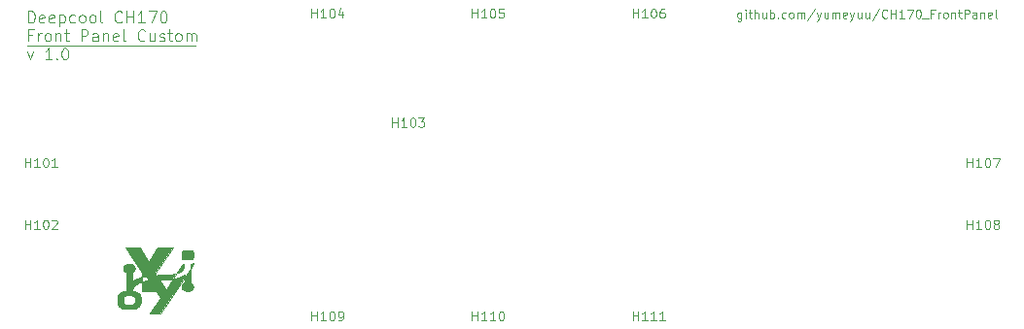
<source format=gbr>
%TF.GenerationSoftware,KiCad,Pcbnew,8.0.8*%
%TF.CreationDate,2025-01-30T12:00:52+07:00*%
%TF.ProjectId,CH170_FrontPanel,43483137-305f-4467-926f-6e7450616e65,rev?*%
%TF.SameCoordinates,Original*%
%TF.FileFunction,Legend,Top*%
%TF.FilePolarity,Positive*%
%FSLAX46Y46*%
G04 Gerber Fmt 4.6, Leading zero omitted, Abs format (unit mm)*
G04 Created by KiCad (PCBNEW 8.0.8) date 2025-01-30 12:00:52*
%MOMM*%
%LPD*%
G01*
G04 APERTURE LIST*
%ADD10C,0.030708*%
%ADD11C,0.037499*%
%ADD12C,0.030749*%
%ADD13C,0.100000*%
%ADD14C,0.125000*%
G04 APERTURE END LIST*
D10*
X123425097Y-105989845D02*
X123443463Y-105998475D01*
X123461221Y-106007630D01*
X123478362Y-106017289D01*
X123494874Y-106027436D01*
X123510749Y-106038051D01*
X123525976Y-106049115D01*
X123540546Y-106060609D01*
X123554447Y-106072516D01*
X123567671Y-106084815D01*
X123580207Y-106097489D01*
X123592045Y-106110519D01*
X123603175Y-106123886D01*
X123613588Y-106137571D01*
X123623273Y-106151556D01*
X123632221Y-106165822D01*
X123640420Y-106180350D01*
X123647862Y-106195122D01*
X123654536Y-106210118D01*
X123660433Y-106225320D01*
X123665542Y-106240710D01*
X123669854Y-106256269D01*
X123673357Y-106271977D01*
X123676044Y-106287817D01*
X123677902Y-106303769D01*
X123678923Y-106319815D01*
X123679097Y-106335936D01*
X123678413Y-106352114D01*
X123676861Y-106368329D01*
X123674432Y-106384564D01*
X123671115Y-106400798D01*
X123666901Y-106417014D01*
X123661779Y-106433194D01*
X123655789Y-106449192D01*
X123648988Y-106464871D01*
X123633041Y-106495219D01*
X123614103Y-106524139D01*
X123592339Y-106551534D01*
X123567917Y-106577303D01*
X123541000Y-106601349D01*
X123511755Y-106623573D01*
X123480347Y-106643877D01*
X123446942Y-106662161D01*
X123411706Y-106678327D01*
X123374804Y-106692276D01*
X123336402Y-106703911D01*
X123296666Y-106713132D01*
X123255761Y-106719840D01*
X123213853Y-106723937D01*
X123171107Y-106725325D01*
X123149640Y-106724976D01*
X123128362Y-106723937D01*
X123107293Y-106722221D01*
X123086453Y-106719840D01*
X123065865Y-106716806D01*
X123045548Y-106713132D01*
X123025524Y-106708829D01*
X123005812Y-106703911D01*
X122986434Y-106698389D01*
X122967410Y-106692276D01*
X122948762Y-106685585D01*
X122930509Y-106678327D01*
X122912672Y-106670515D01*
X122895273Y-106662161D01*
X122878331Y-106653277D01*
X122861868Y-106643877D01*
X122845904Y-106633971D01*
X122830460Y-106623573D01*
X122815557Y-106612695D01*
X122801215Y-106601349D01*
X122787455Y-106589548D01*
X122774298Y-106577303D01*
X122761764Y-106564628D01*
X122749875Y-106551534D01*
X122738651Y-106538033D01*
X122728112Y-106524139D01*
X122718279Y-106509864D01*
X122709173Y-106495219D01*
X122700816Y-106480217D01*
X122693226Y-106464871D01*
X122686426Y-106449192D01*
X122680435Y-106433194D01*
X122675314Y-106417014D01*
X122671099Y-106400798D01*
X122667783Y-106384564D01*
X122665354Y-106368329D01*
X122663802Y-106352114D01*
X122663118Y-106335936D01*
X122663291Y-106319815D01*
X122664312Y-106303769D01*
X122666171Y-106287817D01*
X122668857Y-106271977D01*
X122672361Y-106256269D01*
X122676672Y-106240710D01*
X122681781Y-106225320D01*
X122687678Y-106210118D01*
X122694352Y-106195122D01*
X122701794Y-106180350D01*
X122709994Y-106165822D01*
X122718941Y-106151556D01*
X122728626Y-106137571D01*
X122739039Y-106123886D01*
X122750170Y-106110519D01*
X122762008Y-106097489D01*
X122774544Y-106084815D01*
X122787768Y-106072516D01*
X122801669Y-106060609D01*
X122816238Y-106049115D01*
X122831465Y-106038051D01*
X122847340Y-106027436D01*
X122863853Y-106017289D01*
X122880993Y-106007630D01*
X122898752Y-105998475D01*
X122917118Y-105989845D01*
X122917118Y-105542004D01*
X123425097Y-104777710D01*
X123425097Y-105989845D01*
G36*
X123425097Y-105989845D02*
G01*
X123443463Y-105998475D01*
X123461221Y-106007630D01*
X123478362Y-106017289D01*
X123494874Y-106027436D01*
X123510749Y-106038051D01*
X123525976Y-106049115D01*
X123540546Y-106060609D01*
X123554447Y-106072516D01*
X123567671Y-106084815D01*
X123580207Y-106097489D01*
X123592045Y-106110519D01*
X123603175Y-106123886D01*
X123613588Y-106137571D01*
X123623273Y-106151556D01*
X123632221Y-106165822D01*
X123640420Y-106180350D01*
X123647862Y-106195122D01*
X123654536Y-106210118D01*
X123660433Y-106225320D01*
X123665542Y-106240710D01*
X123669854Y-106256269D01*
X123673357Y-106271977D01*
X123676044Y-106287817D01*
X123677902Y-106303769D01*
X123678923Y-106319815D01*
X123679097Y-106335936D01*
X123678413Y-106352114D01*
X123676861Y-106368329D01*
X123674432Y-106384564D01*
X123671115Y-106400798D01*
X123666901Y-106417014D01*
X123661779Y-106433194D01*
X123655789Y-106449192D01*
X123648988Y-106464871D01*
X123633041Y-106495219D01*
X123614103Y-106524139D01*
X123592339Y-106551534D01*
X123567917Y-106577303D01*
X123541000Y-106601349D01*
X123511755Y-106623573D01*
X123480347Y-106643877D01*
X123446942Y-106662161D01*
X123411706Y-106678327D01*
X123374804Y-106692276D01*
X123336402Y-106703911D01*
X123296666Y-106713132D01*
X123255761Y-106719840D01*
X123213853Y-106723937D01*
X123171107Y-106725325D01*
X123149640Y-106724976D01*
X123128362Y-106723937D01*
X123107293Y-106722221D01*
X123086453Y-106719840D01*
X123065865Y-106716806D01*
X123045548Y-106713132D01*
X123025524Y-106708829D01*
X123005812Y-106703911D01*
X122986434Y-106698389D01*
X122967410Y-106692276D01*
X122948762Y-106685585D01*
X122930509Y-106678327D01*
X122912672Y-106670515D01*
X122895273Y-106662161D01*
X122878331Y-106653277D01*
X122861868Y-106643877D01*
X122845904Y-106633971D01*
X122830460Y-106623573D01*
X122815557Y-106612695D01*
X122801215Y-106601349D01*
X122787455Y-106589548D01*
X122774298Y-106577303D01*
X122761764Y-106564628D01*
X122749875Y-106551534D01*
X122738651Y-106538033D01*
X122728112Y-106524139D01*
X122718279Y-106509864D01*
X122709173Y-106495219D01*
X122700816Y-106480217D01*
X122693226Y-106464871D01*
X122686426Y-106449192D01*
X122680435Y-106433194D01*
X122675314Y-106417014D01*
X122671099Y-106400798D01*
X122667783Y-106384564D01*
X122665354Y-106368329D01*
X122663802Y-106352114D01*
X122663118Y-106335936D01*
X122663291Y-106319815D01*
X122664312Y-106303769D01*
X122666171Y-106287817D01*
X122668857Y-106271977D01*
X122672361Y-106256269D01*
X122676672Y-106240710D01*
X122681781Y-106225320D01*
X122687678Y-106210118D01*
X122694352Y-106195122D01*
X122701794Y-106180350D01*
X122709994Y-106165822D01*
X122718941Y-106151556D01*
X122728626Y-106137571D01*
X122739039Y-106123886D01*
X122750170Y-106110519D01*
X122762008Y-106097489D01*
X122774544Y-106084815D01*
X122787768Y-106072516D01*
X122801669Y-106060609D01*
X122816238Y-106049115D01*
X122831465Y-106038051D01*
X122847340Y-106027436D01*
X122863853Y-106017289D01*
X122880993Y-106007630D01*
X122898752Y-105998475D01*
X122917118Y-105989845D01*
X122917118Y-105542004D01*
X123425097Y-104777710D01*
X123425097Y-105989845D01*
G37*
D11*
X122820691Y-104351272D02*
X122833211Y-104353069D01*
X122845766Y-104354703D01*
X122858354Y-104356174D01*
X122870971Y-104357482D01*
X122883616Y-104358626D01*
X122896286Y-104359607D01*
X122908978Y-104360423D01*
X122901888Y-104424729D01*
X122892595Y-104485873D01*
X122881063Y-104543953D01*
X122874446Y-104571874D01*
X122867256Y-104599066D01*
X122859487Y-104625541D01*
X122851136Y-104651311D01*
X122842197Y-104676389D01*
X122832666Y-104700787D01*
X122822540Y-104724516D01*
X122811812Y-104747590D01*
X122800479Y-104770021D01*
X122788535Y-104791820D01*
X122775977Y-104813000D01*
X122762800Y-104833574D01*
X122748999Y-104853553D01*
X122734570Y-104872950D01*
X122719508Y-104891777D01*
X122703808Y-104910047D01*
X122687466Y-104927771D01*
X122670478Y-104944962D01*
X122652839Y-104961633D01*
X122634543Y-104977794D01*
X122615588Y-104993460D01*
X122595967Y-105008641D01*
X122575678Y-105023351D01*
X122554714Y-105037601D01*
X122510746Y-105064772D01*
X122485272Y-105079079D01*
X122458632Y-105093028D01*
X122430824Y-105106623D01*
X122401843Y-105119865D01*
X122371687Y-105132757D01*
X122340352Y-105145301D01*
X122307835Y-105157498D01*
X122274133Y-105169352D01*
X122808208Y-104349312D01*
X122820691Y-104351272D01*
G36*
X122820691Y-104351272D02*
G01*
X122833211Y-104353069D01*
X122845766Y-104354703D01*
X122858354Y-104356174D01*
X122870971Y-104357482D01*
X122883616Y-104358626D01*
X122896286Y-104359607D01*
X122908978Y-104360423D01*
X122901888Y-104424729D01*
X122892595Y-104485873D01*
X122881063Y-104543953D01*
X122874446Y-104571874D01*
X122867256Y-104599066D01*
X122859487Y-104625541D01*
X122851136Y-104651311D01*
X122842197Y-104676389D01*
X122832666Y-104700787D01*
X122822540Y-104724516D01*
X122811812Y-104747590D01*
X122800479Y-104770021D01*
X122788535Y-104791820D01*
X122775977Y-104813000D01*
X122762800Y-104833574D01*
X122748999Y-104853553D01*
X122734570Y-104872950D01*
X122719508Y-104891777D01*
X122703808Y-104910047D01*
X122687466Y-104927771D01*
X122670478Y-104944962D01*
X122652839Y-104961633D01*
X122634543Y-104977794D01*
X122615588Y-104993460D01*
X122595967Y-105008641D01*
X122575678Y-105023351D01*
X122554714Y-105037601D01*
X122510746Y-105064772D01*
X122485272Y-105079079D01*
X122458632Y-105093028D01*
X122430824Y-105106623D01*
X122401843Y-105119865D01*
X122371687Y-105132757D01*
X122340352Y-105145301D01*
X122307835Y-105157498D01*
X122274133Y-105169352D01*
X122808208Y-104349312D01*
X122820691Y-104351272D01*
G37*
D10*
X121957681Y-105655239D02*
X121827552Y-105674467D01*
X121691281Y-105690961D01*
X121548864Y-105704829D01*
X121400302Y-105716176D01*
X121245594Y-105725111D01*
X121084737Y-105731739D01*
X120917731Y-105736167D01*
X120744576Y-105738503D01*
X120492460Y-105348088D01*
X120561476Y-105346533D01*
X120596190Y-105345979D01*
X120631212Y-105345763D01*
X120916302Y-105342850D01*
X121176251Y-105334201D01*
X121297167Y-105327767D01*
X121412241Y-105319949D01*
X121521620Y-105310765D01*
X121625452Y-105300230D01*
X121723884Y-105288361D01*
X121817065Y-105275176D01*
X121905142Y-105260691D01*
X121988263Y-105244923D01*
X122066575Y-105227888D01*
X122140225Y-105209603D01*
X122209362Y-105190086D01*
X122274134Y-105169352D01*
X121957681Y-105655239D01*
G36*
X121957681Y-105655239D02*
G01*
X121827552Y-105674467D01*
X121691281Y-105690961D01*
X121548864Y-105704829D01*
X121400302Y-105716176D01*
X121245594Y-105725111D01*
X121084737Y-105731739D01*
X120917731Y-105736167D01*
X120744576Y-105738503D01*
X120492460Y-105348088D01*
X120561476Y-105346533D01*
X120596190Y-105345979D01*
X120631212Y-105345763D01*
X120916302Y-105342850D01*
X121176251Y-105334201D01*
X121297167Y-105327767D01*
X121412241Y-105319949D01*
X121521620Y-105310765D01*
X121625452Y-105300230D01*
X121723884Y-105288361D01*
X121817065Y-105275176D01*
X121905142Y-105260691D01*
X121988263Y-105244923D01*
X122066575Y-105227888D01*
X122140225Y-105209603D01*
X122209362Y-105190086D01*
X122274134Y-105169352D01*
X121957681Y-105655239D01*
G37*
D12*
X119849734Y-104209527D02*
X120614480Y-102930535D01*
X121906390Y-102930535D01*
X120433613Y-105131886D01*
X120433613Y-105349056D01*
X120274805Y-105354237D01*
X120119080Y-105362546D01*
X119966637Y-105374094D01*
X119817675Y-105388992D01*
X119672394Y-105407353D01*
X119530991Y-105429286D01*
X119393668Y-105454904D01*
X119260622Y-105484319D01*
X119260622Y-105131886D01*
X117785261Y-102930535D01*
X119084922Y-102930535D01*
X119849734Y-104209527D01*
G36*
X119849734Y-104209527D02*
G01*
X120614480Y-102930535D01*
X121906390Y-102930535D01*
X120433613Y-105131886D01*
X120433613Y-105349056D01*
X120274805Y-105354237D01*
X120119080Y-105362546D01*
X119966637Y-105374094D01*
X119817675Y-105388992D01*
X119672394Y-105407353D01*
X119530991Y-105429286D01*
X119393668Y-105454904D01*
X119260622Y-105484319D01*
X119260622Y-105131886D01*
X117785261Y-102930535D01*
X119084922Y-102930535D01*
X119849734Y-104209527D01*
G37*
D11*
X123425097Y-104777709D02*
X123425097Y-104360422D01*
X123445616Y-104359911D01*
X123466085Y-104358973D01*
X123486491Y-104357610D01*
X123506825Y-104355824D01*
X123527075Y-104353616D01*
X123547230Y-104350989D01*
X123567281Y-104347944D01*
X123587215Y-104344484D01*
X123607023Y-104340611D01*
X123626694Y-104336327D01*
X123646216Y-104331633D01*
X123665579Y-104326532D01*
X123684772Y-104321025D01*
X123703785Y-104315115D01*
X123722607Y-104308803D01*
X123741226Y-104302092D01*
X123425097Y-104777709D01*
G36*
X123425097Y-104777709D02*
G01*
X123425097Y-104360422D01*
X123445616Y-104359911D01*
X123466085Y-104358973D01*
X123486491Y-104357610D01*
X123506825Y-104355824D01*
X123527075Y-104353616D01*
X123547230Y-104350989D01*
X123567281Y-104347944D01*
X123587215Y-104344484D01*
X123607023Y-104340611D01*
X123626694Y-104336327D01*
X123646216Y-104331633D01*
X123665579Y-104326532D01*
X123684772Y-104321025D01*
X123703785Y-104315115D01*
X123722607Y-104308803D01*
X123741226Y-104302092D01*
X123425097Y-104777709D01*
G37*
D12*
X120433614Y-106679919D02*
X120433614Y-106718354D01*
X119260623Y-106718354D01*
X119260623Y-105900251D01*
X119326435Y-105881642D01*
X119394540Y-105864228D01*
X119464900Y-105847997D01*
X119537475Y-105832938D01*
X119612227Y-105819037D01*
X119689117Y-105806284D01*
X119768105Y-105794666D01*
X119849153Y-105784172D01*
X119917412Y-105776362D01*
X119987025Y-105769301D01*
X120058000Y-105763000D01*
X120130347Y-105757468D01*
X120204072Y-105752715D01*
X120279187Y-105748749D01*
X120355697Y-105745581D01*
X120433613Y-105743219D01*
X120433614Y-106679919D01*
G36*
X120433614Y-106679919D02*
G01*
X120433614Y-106718354D01*
X119260623Y-106718354D01*
X119260623Y-105900251D01*
X119326435Y-105881642D01*
X119394540Y-105864228D01*
X119464900Y-105847997D01*
X119537475Y-105832938D01*
X119612227Y-105819037D01*
X119689117Y-105806284D01*
X119768105Y-105794666D01*
X119849153Y-105784172D01*
X119917412Y-105776362D01*
X119987025Y-105769301D01*
X120058000Y-105763000D01*
X120130347Y-105757468D01*
X120204072Y-105752715D01*
X120279187Y-105748749D01*
X120355697Y-105745581D01*
X120433613Y-105743219D01*
X120433614Y-106679919D01*
G37*
D10*
X123437679Y-103178243D02*
X123450189Y-103178965D01*
X123462592Y-103180160D01*
X123474868Y-103181821D01*
X123486997Y-103183943D01*
X123498956Y-103186517D01*
X123510726Y-103189538D01*
X123522286Y-103192999D01*
X123533614Y-103196894D01*
X123544691Y-103201214D01*
X123555494Y-103205955D01*
X123566004Y-103211108D01*
X123576200Y-103216668D01*
X123586060Y-103222627D01*
X123595564Y-103228980D01*
X123604691Y-103235718D01*
X123613376Y-103242800D01*
X123621564Y-103250173D01*
X123629245Y-103257824D01*
X123636411Y-103265734D01*
X123643053Y-103273889D01*
X123649163Y-103282271D01*
X123654732Y-103290865D01*
X123659752Y-103299655D01*
X123664213Y-103308625D01*
X123668107Y-103317758D01*
X123671426Y-103327038D01*
X123674161Y-103336449D01*
X123676303Y-103345975D01*
X123677844Y-103355600D01*
X123678775Y-103365307D01*
X123679087Y-103375082D01*
X123679087Y-103769244D01*
X123678753Y-103779383D01*
X123677769Y-103789389D01*
X123676150Y-103799250D01*
X123673914Y-103808952D01*
X123671076Y-103818484D01*
X123667651Y-103827834D01*
X123663656Y-103836988D01*
X123659107Y-103845935D01*
X123654019Y-103854662D01*
X123648409Y-103863158D01*
X123642292Y-103871408D01*
X123635685Y-103879402D01*
X123628603Y-103887126D01*
X123621063Y-103894568D01*
X123613079Y-103901717D01*
X123604670Y-103908559D01*
X123586634Y-103921274D01*
X123567082Y-103932615D01*
X123546143Y-103942483D01*
X123523944Y-103950779D01*
X123500612Y-103957404D01*
X123476275Y-103962258D01*
X123451061Y-103965243D01*
X123438164Y-103966004D01*
X123425097Y-103966260D01*
X122917047Y-103966260D01*
X122903980Y-103966001D01*
X122891084Y-103965238D01*
X122878375Y-103963982D01*
X122865871Y-103962247D01*
X122853585Y-103960045D01*
X122841535Y-103957388D01*
X122829737Y-103954288D01*
X122818206Y-103950759D01*
X122806958Y-103946811D01*
X122796009Y-103942459D01*
X122785376Y-103937714D01*
X122775074Y-103932588D01*
X122765118Y-103927094D01*
X122755526Y-103921244D01*
X122746313Y-103915051D01*
X122737495Y-103908527D01*
X122729088Y-103901685D01*
X122721107Y-103894536D01*
X122713569Y-103887093D01*
X122706490Y-103879370D01*
X122699886Y-103871377D01*
X122693772Y-103863127D01*
X122688165Y-103854634D01*
X122683081Y-103845908D01*
X122678534Y-103836963D01*
X122674543Y-103827811D01*
X122671121Y-103818464D01*
X122668286Y-103808935D01*
X122666053Y-103799236D01*
X122664439Y-103789380D01*
X122663458Y-103779378D01*
X122663128Y-103769244D01*
X122663128Y-103375082D01*
X122663439Y-103365309D01*
X122664369Y-103355603D01*
X122665909Y-103345979D01*
X122668051Y-103336454D01*
X122670785Y-103327044D01*
X122674103Y-103317765D01*
X122677997Y-103308632D01*
X122682457Y-103299663D01*
X122687476Y-103290873D01*
X122693045Y-103282279D01*
X122699154Y-103273897D01*
X122705796Y-103265742D01*
X122712961Y-103257832D01*
X122720642Y-103250181D01*
X122728829Y-103242807D01*
X122737514Y-103235726D01*
X122746641Y-103228986D01*
X122756145Y-103222634D01*
X122766005Y-103216674D01*
X122776200Y-103211114D01*
X122786709Y-103205960D01*
X122797513Y-103201219D01*
X122808589Y-103196898D01*
X122819917Y-103193003D01*
X122831476Y-103189542D01*
X122843246Y-103186520D01*
X122855206Y-103183945D01*
X122867334Y-103181823D01*
X122879610Y-103180161D01*
X122892013Y-103178965D01*
X122904523Y-103178243D01*
X122917118Y-103178001D01*
X123425084Y-103178001D01*
X123437679Y-103178243D01*
G36*
X123437679Y-103178243D02*
G01*
X123450189Y-103178965D01*
X123462592Y-103180160D01*
X123474868Y-103181821D01*
X123486997Y-103183943D01*
X123498956Y-103186517D01*
X123510726Y-103189538D01*
X123522286Y-103192999D01*
X123533614Y-103196894D01*
X123544691Y-103201214D01*
X123555494Y-103205955D01*
X123566004Y-103211108D01*
X123576200Y-103216668D01*
X123586060Y-103222627D01*
X123595564Y-103228980D01*
X123604691Y-103235718D01*
X123613376Y-103242800D01*
X123621564Y-103250173D01*
X123629245Y-103257824D01*
X123636411Y-103265734D01*
X123643053Y-103273889D01*
X123649163Y-103282271D01*
X123654732Y-103290865D01*
X123659752Y-103299655D01*
X123664213Y-103308625D01*
X123668107Y-103317758D01*
X123671426Y-103327038D01*
X123674161Y-103336449D01*
X123676303Y-103345975D01*
X123677844Y-103355600D01*
X123678775Y-103365307D01*
X123679087Y-103375082D01*
X123679087Y-103769244D01*
X123678753Y-103779383D01*
X123677769Y-103789389D01*
X123676150Y-103799250D01*
X123673914Y-103808952D01*
X123671076Y-103818484D01*
X123667651Y-103827834D01*
X123663656Y-103836988D01*
X123659107Y-103845935D01*
X123654019Y-103854662D01*
X123648409Y-103863158D01*
X123642292Y-103871408D01*
X123635685Y-103879402D01*
X123628603Y-103887126D01*
X123621063Y-103894568D01*
X123613079Y-103901717D01*
X123604670Y-103908559D01*
X123586634Y-103921274D01*
X123567082Y-103932615D01*
X123546143Y-103942483D01*
X123523944Y-103950779D01*
X123500612Y-103957404D01*
X123476275Y-103962258D01*
X123451061Y-103965243D01*
X123438164Y-103966004D01*
X123425097Y-103966260D01*
X122917047Y-103966260D01*
X122903980Y-103966001D01*
X122891084Y-103965238D01*
X122878375Y-103963982D01*
X122865871Y-103962247D01*
X122853585Y-103960045D01*
X122841535Y-103957388D01*
X122829737Y-103954288D01*
X122818206Y-103950759D01*
X122806958Y-103946811D01*
X122796009Y-103942459D01*
X122785376Y-103937714D01*
X122775074Y-103932588D01*
X122765118Y-103927094D01*
X122755526Y-103921244D01*
X122746313Y-103915051D01*
X122737495Y-103908527D01*
X122729088Y-103901685D01*
X122721107Y-103894536D01*
X122713569Y-103887093D01*
X122706490Y-103879370D01*
X122699886Y-103871377D01*
X122693772Y-103863127D01*
X122688165Y-103854634D01*
X122683081Y-103845908D01*
X122678534Y-103836963D01*
X122674543Y-103827811D01*
X122671121Y-103818464D01*
X122668286Y-103808935D01*
X122666053Y-103799236D01*
X122664439Y-103789380D01*
X122663458Y-103779378D01*
X122663128Y-103769244D01*
X122663128Y-103375082D01*
X122663439Y-103365309D01*
X122664369Y-103355603D01*
X122665909Y-103345979D01*
X122668051Y-103336454D01*
X122670785Y-103327044D01*
X122674103Y-103317765D01*
X122677997Y-103308632D01*
X122682457Y-103299663D01*
X122687476Y-103290873D01*
X122693045Y-103282279D01*
X122699154Y-103273897D01*
X122705796Y-103265742D01*
X122712961Y-103257832D01*
X122720642Y-103250181D01*
X122728829Y-103242807D01*
X122737514Y-103235726D01*
X122746641Y-103228986D01*
X122756145Y-103222634D01*
X122766005Y-103216674D01*
X122776200Y-103211114D01*
X122786709Y-103205960D01*
X122797513Y-103201219D01*
X122808589Y-103196898D01*
X122819917Y-103193003D01*
X122831476Y-103189542D01*
X122843246Y-103186520D01*
X122855206Y-103183945D01*
X122867334Y-103181823D01*
X122879610Y-103180161D01*
X122892013Y-103178965D01*
X122904523Y-103178243D01*
X122917118Y-103178001D01*
X123425084Y-103178001D01*
X123437679Y-103178243D01*
G37*
D11*
X119748060Y-104195123D02*
X120492460Y-105348089D01*
X120744576Y-105738504D01*
X121321478Y-106631989D01*
X121957681Y-105655239D01*
X122022800Y-105644167D01*
X122086350Y-105632341D01*
X122148339Y-105619750D01*
X122208774Y-105606380D01*
X122267663Y-105592218D01*
X122325012Y-105577252D01*
X122380831Y-105561467D01*
X122435125Y-105544852D01*
X122487903Y-105527393D01*
X122539171Y-105509076D01*
X122588938Y-105489890D01*
X122637211Y-105469820D01*
X122683997Y-105448855D01*
X122729304Y-105426980D01*
X122773139Y-105404182D01*
X122815510Y-105380450D01*
X122828603Y-105372702D01*
X122841586Y-105364846D01*
X122854458Y-105356881D01*
X122867219Y-105348810D01*
X122879866Y-105340632D01*
X122892399Y-105332348D01*
X122904817Y-105323959D01*
X122917118Y-105315466D01*
X122917118Y-105542003D01*
X120821510Y-108695107D01*
X119899472Y-108695107D01*
X120853613Y-107323614D01*
X120433613Y-106679919D01*
X120433613Y-105743219D01*
X120355697Y-105745581D01*
X120279187Y-105748749D01*
X120204072Y-105752715D01*
X120130347Y-105757468D01*
X120058000Y-105763000D01*
X119987025Y-105769301D01*
X119917412Y-105776362D01*
X119849153Y-105784172D01*
X118812330Y-104195122D01*
X119748060Y-104195123D01*
G36*
X119748060Y-104195123D02*
G01*
X120492460Y-105348089D01*
X120744576Y-105738504D01*
X121321478Y-106631989D01*
X121957681Y-105655239D01*
X122022800Y-105644167D01*
X122086350Y-105632341D01*
X122148339Y-105619750D01*
X122208774Y-105606380D01*
X122267663Y-105592218D01*
X122325012Y-105577252D01*
X122380831Y-105561467D01*
X122435125Y-105544852D01*
X122487903Y-105527393D01*
X122539171Y-105509076D01*
X122588938Y-105489890D01*
X122637211Y-105469820D01*
X122683997Y-105448855D01*
X122729304Y-105426980D01*
X122773139Y-105404182D01*
X122815510Y-105380450D01*
X122828603Y-105372702D01*
X122841586Y-105364846D01*
X122854458Y-105356881D01*
X122867219Y-105348810D01*
X122879866Y-105340632D01*
X122892399Y-105332348D01*
X122904817Y-105323959D01*
X122917118Y-105315466D01*
X122917118Y-105542003D01*
X120821510Y-108695107D01*
X119899472Y-108695107D01*
X120853613Y-107323614D01*
X120433613Y-106679919D01*
X120433613Y-105743219D01*
X120355697Y-105745581D01*
X120279187Y-105748749D01*
X120204072Y-105752715D01*
X120130347Y-105757468D01*
X120058000Y-105763000D01*
X119987025Y-105769301D01*
X119917412Y-105776362D01*
X119849153Y-105784172D01*
X118812330Y-104195122D01*
X119748060Y-104195123D01*
G37*
D10*
X123437679Y-103178243D02*
X123450189Y-103178965D01*
X123462592Y-103180160D01*
X123474868Y-103181821D01*
X123486997Y-103183943D01*
X123498956Y-103186517D01*
X123510726Y-103189538D01*
X123522286Y-103192999D01*
X123533614Y-103196894D01*
X123544691Y-103201214D01*
X123555494Y-103205955D01*
X123566004Y-103211108D01*
X123576200Y-103216668D01*
X123586060Y-103222627D01*
X123595564Y-103228980D01*
X123604691Y-103235718D01*
X123613376Y-103242800D01*
X123621564Y-103250173D01*
X123629245Y-103257824D01*
X123636411Y-103265734D01*
X123643053Y-103273889D01*
X123649163Y-103282271D01*
X123654732Y-103290865D01*
X123659752Y-103299655D01*
X123664213Y-103308625D01*
X123668107Y-103317758D01*
X123671426Y-103327038D01*
X123674161Y-103336449D01*
X123676303Y-103345975D01*
X123677844Y-103355600D01*
X123678775Y-103365307D01*
X123679087Y-103375082D01*
X123679087Y-103769244D01*
X123678753Y-103779383D01*
X123677769Y-103789389D01*
X123676150Y-103799250D01*
X123673914Y-103808952D01*
X123671076Y-103818484D01*
X123667651Y-103827834D01*
X123663656Y-103836988D01*
X123659107Y-103845935D01*
X123654019Y-103854662D01*
X123648409Y-103863158D01*
X123642292Y-103871408D01*
X123635685Y-103879402D01*
X123628603Y-103887126D01*
X123621063Y-103894568D01*
X123613079Y-103901717D01*
X123604670Y-103908559D01*
X123586634Y-103921274D01*
X123567082Y-103932615D01*
X123546143Y-103942483D01*
X123523944Y-103950779D01*
X123500612Y-103957404D01*
X123476275Y-103962258D01*
X123451061Y-103965243D01*
X123438164Y-103966004D01*
X123425097Y-103966260D01*
X122917047Y-103966260D01*
X122903980Y-103966001D01*
X122891084Y-103965238D01*
X122878375Y-103963982D01*
X122865871Y-103962247D01*
X122853585Y-103960045D01*
X122841535Y-103957388D01*
X122829737Y-103954288D01*
X122818206Y-103950759D01*
X122806958Y-103946811D01*
X122796009Y-103942459D01*
X122785376Y-103937714D01*
X122775074Y-103932588D01*
X122765118Y-103927094D01*
X122755526Y-103921244D01*
X122746313Y-103915051D01*
X122737495Y-103908527D01*
X122729088Y-103901685D01*
X122721107Y-103894536D01*
X122713569Y-103887093D01*
X122706490Y-103879370D01*
X122699886Y-103871377D01*
X122693772Y-103863127D01*
X122688165Y-103854634D01*
X122683081Y-103845908D01*
X122678534Y-103836963D01*
X122674543Y-103827811D01*
X122671121Y-103818464D01*
X122668286Y-103808935D01*
X122666053Y-103799236D01*
X122664439Y-103789380D01*
X122663458Y-103779378D01*
X122663128Y-103769244D01*
X122663128Y-103375082D01*
X122663439Y-103365309D01*
X122664369Y-103355603D01*
X122665909Y-103345979D01*
X122668051Y-103336454D01*
X122670785Y-103327044D01*
X122674103Y-103317765D01*
X122677997Y-103308632D01*
X122682457Y-103299663D01*
X122687476Y-103290873D01*
X122693045Y-103282279D01*
X122699154Y-103273897D01*
X122705796Y-103265742D01*
X122712961Y-103257832D01*
X122720642Y-103250181D01*
X122728829Y-103242807D01*
X122737514Y-103235726D01*
X122746641Y-103228986D01*
X122756145Y-103222634D01*
X122766005Y-103216674D01*
X122776200Y-103211114D01*
X122786709Y-103205960D01*
X122797513Y-103201219D01*
X122808589Y-103196898D01*
X122819917Y-103193003D01*
X122831476Y-103189542D01*
X122843246Y-103186520D01*
X122855206Y-103183945D01*
X122867334Y-103181823D01*
X122879610Y-103180161D01*
X122892013Y-103178965D01*
X122904523Y-103178243D01*
X122917118Y-103178001D01*
X123425084Y-103178001D01*
X123437679Y-103178243D01*
G36*
X123437679Y-103178243D02*
G01*
X123450189Y-103178965D01*
X123462592Y-103180160D01*
X123474868Y-103181821D01*
X123486997Y-103183943D01*
X123498956Y-103186517D01*
X123510726Y-103189538D01*
X123522286Y-103192999D01*
X123533614Y-103196894D01*
X123544691Y-103201214D01*
X123555494Y-103205955D01*
X123566004Y-103211108D01*
X123576200Y-103216668D01*
X123586060Y-103222627D01*
X123595564Y-103228980D01*
X123604691Y-103235718D01*
X123613376Y-103242800D01*
X123621564Y-103250173D01*
X123629245Y-103257824D01*
X123636411Y-103265734D01*
X123643053Y-103273889D01*
X123649163Y-103282271D01*
X123654732Y-103290865D01*
X123659752Y-103299655D01*
X123664213Y-103308625D01*
X123668107Y-103317758D01*
X123671426Y-103327038D01*
X123674161Y-103336449D01*
X123676303Y-103345975D01*
X123677844Y-103355600D01*
X123678775Y-103365307D01*
X123679087Y-103375082D01*
X123679087Y-103769244D01*
X123678753Y-103779383D01*
X123677769Y-103789389D01*
X123676150Y-103799250D01*
X123673914Y-103808952D01*
X123671076Y-103818484D01*
X123667651Y-103827834D01*
X123663656Y-103836988D01*
X123659107Y-103845935D01*
X123654019Y-103854662D01*
X123648409Y-103863158D01*
X123642292Y-103871408D01*
X123635685Y-103879402D01*
X123628603Y-103887126D01*
X123621063Y-103894568D01*
X123613079Y-103901717D01*
X123604670Y-103908559D01*
X123586634Y-103921274D01*
X123567082Y-103932615D01*
X123546143Y-103942483D01*
X123523944Y-103950779D01*
X123500612Y-103957404D01*
X123476275Y-103962258D01*
X123451061Y-103965243D01*
X123438164Y-103966004D01*
X123425097Y-103966260D01*
X122917047Y-103966260D01*
X122903980Y-103966001D01*
X122891084Y-103965238D01*
X122878375Y-103963982D01*
X122865871Y-103962247D01*
X122853585Y-103960045D01*
X122841535Y-103957388D01*
X122829737Y-103954288D01*
X122818206Y-103950759D01*
X122806958Y-103946811D01*
X122796009Y-103942459D01*
X122785376Y-103937714D01*
X122775074Y-103932588D01*
X122765118Y-103927094D01*
X122755526Y-103921244D01*
X122746313Y-103915051D01*
X122737495Y-103908527D01*
X122729088Y-103901685D01*
X122721107Y-103894536D01*
X122713569Y-103887093D01*
X122706490Y-103879370D01*
X122699886Y-103871377D01*
X122693772Y-103863127D01*
X122688165Y-103854634D01*
X122683081Y-103845908D01*
X122678534Y-103836963D01*
X122674543Y-103827811D01*
X122671121Y-103818464D01*
X122668286Y-103808935D01*
X122666053Y-103799236D01*
X122664439Y-103789380D01*
X122663458Y-103779378D01*
X122663128Y-103769244D01*
X122663128Y-103375082D01*
X122663439Y-103365309D01*
X122664369Y-103355603D01*
X122665909Y-103345979D01*
X122668051Y-103336454D01*
X122670785Y-103327044D01*
X122674103Y-103317765D01*
X122677997Y-103308632D01*
X122682457Y-103299663D01*
X122687476Y-103290873D01*
X122693045Y-103282279D01*
X122699154Y-103273897D01*
X122705796Y-103265742D01*
X122712961Y-103257832D01*
X122720642Y-103250181D01*
X122728829Y-103242807D01*
X122737514Y-103235726D01*
X122746641Y-103228986D01*
X122756145Y-103222634D01*
X122766005Y-103216674D01*
X122776200Y-103211114D01*
X122786709Y-103205960D01*
X122797513Y-103201219D01*
X122808589Y-103196898D01*
X122819917Y-103193003D01*
X122831476Y-103189542D01*
X122843246Y-103186520D01*
X122855206Y-103183945D01*
X122867334Y-103181823D01*
X122879610Y-103180161D01*
X122892013Y-103178965D01*
X122904523Y-103178243D01*
X122917118Y-103178001D01*
X123425084Y-103178001D01*
X123437679Y-103178243D01*
G37*
D12*
X118112782Y-104360776D02*
X118134060Y-104361815D01*
X118155129Y-104363531D01*
X118175968Y-104365912D01*
X118196557Y-104368946D01*
X118216873Y-104372621D01*
X118236898Y-104376923D01*
X118256610Y-104381841D01*
X118275988Y-104387363D01*
X118295012Y-104393476D01*
X118313660Y-104400168D01*
X118331913Y-104407426D01*
X118349750Y-104415238D01*
X118367149Y-104423592D01*
X118384091Y-104432475D01*
X118400554Y-104441876D01*
X118416518Y-104451781D01*
X118431962Y-104462179D01*
X118446865Y-104473057D01*
X118461207Y-104484403D01*
X118474967Y-104496205D01*
X118488124Y-104508449D01*
X118500657Y-104521125D01*
X118512547Y-104534219D01*
X118523771Y-104547719D01*
X118534310Y-104561613D01*
X118544143Y-104575889D01*
X118553248Y-104590534D01*
X118561606Y-104605535D01*
X118569196Y-104620882D01*
X118575996Y-104636560D01*
X118581987Y-104652559D01*
X118587108Y-104668738D01*
X118591323Y-104684954D01*
X118594639Y-104701189D01*
X118597068Y-104717423D01*
X118598620Y-104733638D01*
X118599304Y-104749816D01*
X118599131Y-104765937D01*
X118598110Y-104781983D01*
X118596251Y-104797935D01*
X118593565Y-104813775D01*
X118590061Y-104829484D01*
X118585750Y-104845042D01*
X118580641Y-104860432D01*
X118574744Y-104875634D01*
X118568070Y-104890630D01*
X118560628Y-104905402D01*
X118552428Y-104919930D01*
X118543481Y-104934196D01*
X118533796Y-104948180D01*
X118523383Y-104961866D01*
X118512253Y-104975232D01*
X118500415Y-104988262D01*
X118487879Y-105000936D01*
X118474655Y-105013236D01*
X118460753Y-105025142D01*
X118446184Y-105036637D01*
X118430957Y-105047701D01*
X118415082Y-105058315D01*
X118398569Y-105068462D01*
X118381429Y-105078122D01*
X118363670Y-105087276D01*
X118345304Y-105095907D01*
X118345304Y-105888107D01*
X118380106Y-105861934D01*
X118415937Y-105836427D01*
X118452798Y-105811586D01*
X118490689Y-105787410D01*
X118529613Y-105763900D01*
X118569569Y-105741054D01*
X118610559Y-105718873D01*
X118652584Y-105697356D01*
X118721197Y-105664623D01*
X118792069Y-105633724D01*
X118865126Y-105604613D01*
X118940294Y-105577245D01*
X119017501Y-105551577D01*
X119096674Y-105527563D01*
X119177739Y-105505158D01*
X119260622Y-105484319D01*
X119260622Y-105900251D01*
X119214898Y-105914288D01*
X119170289Y-105928902D01*
X119126811Y-105944094D01*
X119084479Y-105959870D01*
X119043309Y-105976231D01*
X119003316Y-105993181D01*
X118964515Y-106010723D01*
X118926922Y-106028860D01*
X118870557Y-106058484D01*
X118816746Y-106089742D01*
X118765543Y-106122682D01*
X118717002Y-106157350D01*
X118671176Y-106193793D01*
X118628121Y-106232059D01*
X118587890Y-106272194D01*
X118550537Y-106314245D01*
X118516117Y-106358260D01*
X118484682Y-106404284D01*
X118456288Y-106452364D01*
X118430988Y-106502549D01*
X118408837Y-106554884D01*
X118389888Y-106609416D01*
X118374195Y-106666192D01*
X118361813Y-106725260D01*
X118400402Y-106726656D01*
X118438458Y-106729514D01*
X118475937Y-106733798D01*
X118512792Y-106739471D01*
X118548978Y-106746498D01*
X118584451Y-106754843D01*
X118619163Y-106764470D01*
X118653071Y-106775343D01*
X118686128Y-106787426D01*
X118718290Y-106800683D01*
X118749510Y-106815077D01*
X118779743Y-106830574D01*
X118808945Y-106847136D01*
X118837069Y-106864729D01*
X118864070Y-106883315D01*
X118889903Y-106902860D01*
X118914522Y-106923327D01*
X118937881Y-106944679D01*
X118959937Y-106966882D01*
X118980642Y-106989899D01*
X118999952Y-107013694D01*
X119017821Y-107038232D01*
X119034203Y-107063475D01*
X119049054Y-107089389D01*
X119062328Y-107115937D01*
X119073980Y-107143083D01*
X119083963Y-107170791D01*
X119092233Y-107199026D01*
X119098745Y-107227751D01*
X119103452Y-107256930D01*
X119106310Y-107286528D01*
X119107272Y-107316508D01*
X119107272Y-107710670D01*
X119106279Y-107741092D01*
X119103334Y-107771115D01*
X119098487Y-107800702D01*
X119091784Y-107829814D01*
X119083274Y-107858416D01*
X119073005Y-107886470D01*
X119061025Y-107913939D01*
X119047380Y-107940785D01*
X119032120Y-107966972D01*
X119015293Y-107992463D01*
X118996945Y-108017220D01*
X118977125Y-108041205D01*
X118955881Y-108064383D01*
X118933260Y-108086716D01*
X118909311Y-108108167D01*
X118884081Y-108128698D01*
X118829972Y-108166853D01*
X118771314Y-108200886D01*
X118708491Y-108230497D01*
X118641886Y-108255391D01*
X118571882Y-108275271D01*
X118498861Y-108289838D01*
X118423208Y-108298797D01*
X118384513Y-108301079D01*
X118345304Y-108301849D01*
X117837280Y-108301849D01*
X117798071Y-108301078D01*
X117759376Y-108298793D01*
X117721244Y-108295032D01*
X117683723Y-108289831D01*
X117646860Y-108283228D01*
X117610704Y-108275261D01*
X117575302Y-108265965D01*
X117540701Y-108255378D01*
X117506951Y-108243538D01*
X117474098Y-108230482D01*
X117442191Y-108216246D01*
X117411277Y-108200868D01*
X117381405Y-108184385D01*
X117352622Y-108166834D01*
X117324976Y-108148253D01*
X117298515Y-108128678D01*
X117273287Y-108108146D01*
X117249340Y-108086696D01*
X117226721Y-108064363D01*
X117205478Y-108041185D01*
X117185660Y-108017200D01*
X117167314Y-107992444D01*
X117150489Y-107966954D01*
X117135231Y-107940768D01*
X117121588Y-107913923D01*
X117109610Y-107886456D01*
X117099343Y-107858404D01*
X117090835Y-107829804D01*
X117084135Y-107800693D01*
X117079290Y-107771109D01*
X117076347Y-107741089D01*
X117075356Y-107710670D01*
X117075356Y-107710669D01*
X117583335Y-107710669D01*
X117583669Y-107720808D01*
X117584653Y-107730814D01*
X117586272Y-107740675D01*
X117588508Y-107750377D01*
X117591346Y-107759909D01*
X117594771Y-107769259D01*
X117598766Y-107778413D01*
X117603315Y-107787360D01*
X117608403Y-107796087D01*
X117614013Y-107804582D01*
X117620130Y-107812833D01*
X117626737Y-107820826D01*
X117633819Y-107828551D01*
X117641359Y-107835993D01*
X117649342Y-107843142D01*
X117657752Y-107849984D01*
X117675788Y-107862699D01*
X117695339Y-107874040D01*
X117716278Y-107883908D01*
X117738477Y-107892204D01*
X117761809Y-107898829D01*
X117786146Y-107903683D01*
X117811361Y-107906668D01*
X117824257Y-107907429D01*
X117837325Y-107907686D01*
X118345374Y-107907686D01*
X118358441Y-107907426D01*
X118371337Y-107906663D01*
X118384046Y-107905407D01*
X118396550Y-107903672D01*
X118408836Y-107901470D01*
X118420886Y-107898813D01*
X118432684Y-107895713D01*
X118444215Y-107892184D01*
X118455463Y-107888237D01*
X118466412Y-107883884D01*
X118477045Y-107879139D01*
X118487347Y-107874013D01*
X118497302Y-107868519D01*
X118506894Y-107862669D01*
X118516108Y-107856476D01*
X118524926Y-107849952D01*
X118533333Y-107843110D01*
X118541314Y-107835961D01*
X118548851Y-107828519D01*
X118555930Y-107820795D01*
X118562535Y-107812802D01*
X118568648Y-107804552D01*
X118574255Y-107796059D01*
X118579340Y-107787333D01*
X118583886Y-107778388D01*
X118587878Y-107769236D01*
X118591299Y-107759889D01*
X118594135Y-107750360D01*
X118596367Y-107740661D01*
X118597982Y-107730805D01*
X118598963Y-107720803D01*
X118599293Y-107710669D01*
X118599292Y-107316507D01*
X118598981Y-107306734D01*
X118598050Y-107297028D01*
X118596510Y-107287404D01*
X118594369Y-107277879D01*
X118591635Y-107268469D01*
X118588316Y-107259189D01*
X118584423Y-107250057D01*
X118579962Y-107241088D01*
X118574943Y-107232298D01*
X118569375Y-107223704D01*
X118563265Y-107215321D01*
X118556624Y-107207167D01*
X118549458Y-107199256D01*
X118541778Y-107191606D01*
X118533591Y-107184232D01*
X118524906Y-107177150D01*
X118515779Y-107170411D01*
X118506276Y-107164058D01*
X118496416Y-107158099D01*
X118486221Y-107152538D01*
X118475711Y-107147385D01*
X118464908Y-107142644D01*
X118453832Y-107138323D01*
X118442504Y-107134428D01*
X118430945Y-107130967D01*
X118419175Y-107127945D01*
X118407216Y-107125370D01*
X118395087Y-107123248D01*
X118382811Y-107121586D01*
X118370408Y-107120391D01*
X118357899Y-107119668D01*
X118345304Y-107119426D01*
X117837336Y-107119426D01*
X117824741Y-107119668D01*
X117812231Y-107120390D01*
X117799828Y-107121585D01*
X117787552Y-107123246D01*
X117775424Y-107125368D01*
X117763464Y-107127942D01*
X117751694Y-107130964D01*
X117740135Y-107134425D01*
X117728806Y-107138319D01*
X117717730Y-107142639D01*
X117706927Y-107147380D01*
X117696417Y-107152533D01*
X117686221Y-107158093D01*
X117676361Y-107164052D01*
X117666857Y-107170405D01*
X117657731Y-107177143D01*
X117649045Y-107184225D01*
X117640857Y-107191599D01*
X117633176Y-107199249D01*
X117626010Y-107207159D01*
X117619368Y-107215314D01*
X117613258Y-107223696D01*
X117607689Y-107232291D01*
X117602670Y-107241081D01*
X117598209Y-107250050D01*
X117594314Y-107259183D01*
X117590996Y-107268463D01*
X117588261Y-107277874D01*
X117586119Y-107287400D01*
X117584578Y-107297025D01*
X117583647Y-107306733D01*
X117583335Y-107316507D01*
X117583335Y-107710669D01*
X117075356Y-107710669D01*
X117075356Y-107316508D01*
X117075356Y-107316507D01*
X117076291Y-107287190D01*
X117079081Y-107258072D01*
X117083702Y-107229200D01*
X117090126Y-107200625D01*
X117098329Y-107172394D01*
X117108283Y-107144556D01*
X117119965Y-107117159D01*
X117133347Y-107090251D01*
X117148403Y-107063882D01*
X117165109Y-107038099D01*
X117183437Y-107012952D01*
X117203362Y-106988488D01*
X117224859Y-106964756D01*
X117247901Y-106941805D01*
X117272463Y-106919683D01*
X117298518Y-106898438D01*
X117325897Y-106878221D01*
X117354408Y-106859162D01*
X117383987Y-106841283D01*
X117414572Y-106824602D01*
X117446100Y-106809141D01*
X117478510Y-106794919D01*
X117511738Y-106781956D01*
X117545723Y-106770272D01*
X117580401Y-106759887D01*
X117615710Y-106750822D01*
X117651588Y-106743097D01*
X117687973Y-106736731D01*
X117724801Y-106731745D01*
X117762011Y-106728158D01*
X117799539Y-106725992D01*
X117837325Y-106725265D01*
X117837326Y-105095907D01*
X117818959Y-105087276D01*
X117801201Y-105078122D01*
X117784060Y-105068462D01*
X117767548Y-105058315D01*
X117751673Y-105047701D01*
X117736446Y-105036637D01*
X117721876Y-105025142D01*
X117707975Y-105013236D01*
X117694751Y-105000936D01*
X117682215Y-104988262D01*
X117670377Y-104975232D01*
X117659247Y-104961866D01*
X117648834Y-104948180D01*
X117639149Y-104934196D01*
X117630201Y-104919930D01*
X117622002Y-104905402D01*
X117614560Y-104890630D01*
X117607886Y-104875634D01*
X117601989Y-104860432D01*
X117596880Y-104845042D01*
X117592568Y-104829484D01*
X117589065Y-104813775D01*
X117586378Y-104797935D01*
X117584520Y-104781983D01*
X117583499Y-104765937D01*
X117583325Y-104749816D01*
X117584009Y-104733638D01*
X117585561Y-104717423D01*
X117587990Y-104701189D01*
X117591307Y-104684954D01*
X117595521Y-104668738D01*
X117600643Y-104652559D01*
X117606633Y-104636560D01*
X117613434Y-104620882D01*
X117629381Y-104590534D01*
X117648319Y-104561613D01*
X117670083Y-104534219D01*
X117694505Y-104508449D01*
X117721422Y-104484403D01*
X117750667Y-104462179D01*
X117782075Y-104441876D01*
X117815480Y-104423592D01*
X117850716Y-104407426D01*
X117887618Y-104393476D01*
X117926020Y-104381841D01*
X117965756Y-104372621D01*
X118006661Y-104365912D01*
X118048569Y-104361815D01*
X118091315Y-104360427D01*
X118112782Y-104360776D01*
G36*
X118112782Y-104360776D02*
G01*
X118134060Y-104361815D01*
X118155129Y-104363531D01*
X118175968Y-104365912D01*
X118196557Y-104368946D01*
X118216873Y-104372621D01*
X118236898Y-104376923D01*
X118256610Y-104381841D01*
X118275988Y-104387363D01*
X118295012Y-104393476D01*
X118313660Y-104400168D01*
X118331913Y-104407426D01*
X118349750Y-104415238D01*
X118367149Y-104423592D01*
X118384091Y-104432475D01*
X118400554Y-104441876D01*
X118416518Y-104451781D01*
X118431962Y-104462179D01*
X118446865Y-104473057D01*
X118461207Y-104484403D01*
X118474967Y-104496205D01*
X118488124Y-104508449D01*
X118500657Y-104521125D01*
X118512547Y-104534219D01*
X118523771Y-104547719D01*
X118534310Y-104561613D01*
X118544143Y-104575889D01*
X118553248Y-104590534D01*
X118561606Y-104605535D01*
X118569196Y-104620882D01*
X118575996Y-104636560D01*
X118581987Y-104652559D01*
X118587108Y-104668738D01*
X118591323Y-104684954D01*
X118594639Y-104701189D01*
X118597068Y-104717423D01*
X118598620Y-104733638D01*
X118599304Y-104749816D01*
X118599131Y-104765937D01*
X118598110Y-104781983D01*
X118596251Y-104797935D01*
X118593565Y-104813775D01*
X118590061Y-104829484D01*
X118585750Y-104845042D01*
X118580641Y-104860432D01*
X118574744Y-104875634D01*
X118568070Y-104890630D01*
X118560628Y-104905402D01*
X118552428Y-104919930D01*
X118543481Y-104934196D01*
X118533796Y-104948180D01*
X118523383Y-104961866D01*
X118512253Y-104975232D01*
X118500415Y-104988262D01*
X118487879Y-105000936D01*
X118474655Y-105013236D01*
X118460753Y-105025142D01*
X118446184Y-105036637D01*
X118430957Y-105047701D01*
X118415082Y-105058315D01*
X118398569Y-105068462D01*
X118381429Y-105078122D01*
X118363670Y-105087276D01*
X118345304Y-105095907D01*
X118345304Y-105888107D01*
X118380106Y-105861934D01*
X118415937Y-105836427D01*
X118452798Y-105811586D01*
X118490689Y-105787410D01*
X118529613Y-105763900D01*
X118569569Y-105741054D01*
X118610559Y-105718873D01*
X118652584Y-105697356D01*
X118721197Y-105664623D01*
X118792069Y-105633724D01*
X118865126Y-105604613D01*
X118940294Y-105577245D01*
X119017501Y-105551577D01*
X119096674Y-105527563D01*
X119177739Y-105505158D01*
X119260622Y-105484319D01*
X119260622Y-105900251D01*
X119214898Y-105914288D01*
X119170289Y-105928902D01*
X119126811Y-105944094D01*
X119084479Y-105959870D01*
X119043309Y-105976231D01*
X119003316Y-105993181D01*
X118964515Y-106010723D01*
X118926922Y-106028860D01*
X118870557Y-106058484D01*
X118816746Y-106089742D01*
X118765543Y-106122682D01*
X118717002Y-106157350D01*
X118671176Y-106193793D01*
X118628121Y-106232059D01*
X118587890Y-106272194D01*
X118550537Y-106314245D01*
X118516117Y-106358260D01*
X118484682Y-106404284D01*
X118456288Y-106452364D01*
X118430988Y-106502549D01*
X118408837Y-106554884D01*
X118389888Y-106609416D01*
X118374195Y-106666192D01*
X118361813Y-106725260D01*
X118400402Y-106726656D01*
X118438458Y-106729514D01*
X118475937Y-106733798D01*
X118512792Y-106739471D01*
X118548978Y-106746498D01*
X118584451Y-106754843D01*
X118619163Y-106764470D01*
X118653071Y-106775343D01*
X118686128Y-106787426D01*
X118718290Y-106800683D01*
X118749510Y-106815077D01*
X118779743Y-106830574D01*
X118808945Y-106847136D01*
X118837069Y-106864729D01*
X118864070Y-106883315D01*
X118889903Y-106902860D01*
X118914522Y-106923327D01*
X118937881Y-106944679D01*
X118959937Y-106966882D01*
X118980642Y-106989899D01*
X118999952Y-107013694D01*
X119017821Y-107038232D01*
X119034203Y-107063475D01*
X119049054Y-107089389D01*
X119062328Y-107115937D01*
X119073980Y-107143083D01*
X119083963Y-107170791D01*
X119092233Y-107199026D01*
X119098745Y-107227751D01*
X119103452Y-107256930D01*
X119106310Y-107286528D01*
X119107272Y-107316508D01*
X119107272Y-107710670D01*
X119106279Y-107741092D01*
X119103334Y-107771115D01*
X119098487Y-107800702D01*
X119091784Y-107829814D01*
X119083274Y-107858416D01*
X119073005Y-107886470D01*
X119061025Y-107913939D01*
X119047380Y-107940785D01*
X119032120Y-107966972D01*
X119015293Y-107992463D01*
X118996945Y-108017220D01*
X118977125Y-108041205D01*
X118955881Y-108064383D01*
X118933260Y-108086716D01*
X118909311Y-108108167D01*
X118884081Y-108128698D01*
X118829972Y-108166853D01*
X118771314Y-108200886D01*
X118708491Y-108230497D01*
X118641886Y-108255391D01*
X118571882Y-108275271D01*
X118498861Y-108289838D01*
X118423208Y-108298797D01*
X118384513Y-108301079D01*
X118345304Y-108301849D01*
X117837280Y-108301849D01*
X117798071Y-108301078D01*
X117759376Y-108298793D01*
X117721244Y-108295032D01*
X117683723Y-108289831D01*
X117646860Y-108283228D01*
X117610704Y-108275261D01*
X117575302Y-108265965D01*
X117540701Y-108255378D01*
X117506951Y-108243538D01*
X117474098Y-108230482D01*
X117442191Y-108216246D01*
X117411277Y-108200868D01*
X117381405Y-108184385D01*
X117352622Y-108166834D01*
X117324976Y-108148253D01*
X117298515Y-108128678D01*
X117273287Y-108108146D01*
X117249340Y-108086696D01*
X117226721Y-108064363D01*
X117205478Y-108041185D01*
X117185660Y-108017200D01*
X117167314Y-107992444D01*
X117150489Y-107966954D01*
X117135231Y-107940768D01*
X117121588Y-107913923D01*
X117109610Y-107886456D01*
X117099343Y-107858404D01*
X117090835Y-107829804D01*
X117084135Y-107800693D01*
X117079290Y-107771109D01*
X117076347Y-107741089D01*
X117075356Y-107710670D01*
X117075356Y-107710669D01*
X117583335Y-107710669D01*
X117583669Y-107720808D01*
X117584653Y-107730814D01*
X117586272Y-107740675D01*
X117588508Y-107750377D01*
X117591346Y-107759909D01*
X117594771Y-107769259D01*
X117598766Y-107778413D01*
X117603315Y-107787360D01*
X117608403Y-107796087D01*
X117614013Y-107804582D01*
X117620130Y-107812833D01*
X117626737Y-107820826D01*
X117633819Y-107828551D01*
X117641359Y-107835993D01*
X117649342Y-107843142D01*
X117657752Y-107849984D01*
X117675788Y-107862699D01*
X117695339Y-107874040D01*
X117716278Y-107883908D01*
X117738477Y-107892204D01*
X117761809Y-107898829D01*
X117786146Y-107903683D01*
X117811361Y-107906668D01*
X117824257Y-107907429D01*
X117837325Y-107907686D01*
X118345374Y-107907686D01*
X118358441Y-107907426D01*
X118371337Y-107906663D01*
X118384046Y-107905407D01*
X118396550Y-107903672D01*
X118408836Y-107901470D01*
X118420886Y-107898813D01*
X118432684Y-107895713D01*
X118444215Y-107892184D01*
X118455463Y-107888237D01*
X118466412Y-107883884D01*
X118477045Y-107879139D01*
X118487347Y-107874013D01*
X118497302Y-107868519D01*
X118506894Y-107862669D01*
X118516108Y-107856476D01*
X118524926Y-107849952D01*
X118533333Y-107843110D01*
X118541314Y-107835961D01*
X118548851Y-107828519D01*
X118555930Y-107820795D01*
X118562535Y-107812802D01*
X118568648Y-107804552D01*
X118574255Y-107796059D01*
X118579340Y-107787333D01*
X118583886Y-107778388D01*
X118587878Y-107769236D01*
X118591299Y-107759889D01*
X118594135Y-107750360D01*
X118596367Y-107740661D01*
X118597982Y-107730805D01*
X118598963Y-107720803D01*
X118599293Y-107710669D01*
X118599292Y-107316507D01*
X118598981Y-107306734D01*
X118598050Y-107297028D01*
X118596510Y-107287404D01*
X118594369Y-107277879D01*
X118591635Y-107268469D01*
X118588316Y-107259189D01*
X118584423Y-107250057D01*
X118579962Y-107241088D01*
X118574943Y-107232298D01*
X118569375Y-107223704D01*
X118563265Y-107215321D01*
X118556624Y-107207167D01*
X118549458Y-107199256D01*
X118541778Y-107191606D01*
X118533591Y-107184232D01*
X118524906Y-107177150D01*
X118515779Y-107170411D01*
X118506276Y-107164058D01*
X118496416Y-107158099D01*
X118486221Y-107152538D01*
X118475711Y-107147385D01*
X118464908Y-107142644D01*
X118453832Y-107138323D01*
X118442504Y-107134428D01*
X118430945Y-107130967D01*
X118419175Y-107127945D01*
X118407216Y-107125370D01*
X118395087Y-107123248D01*
X118382811Y-107121586D01*
X118370408Y-107120391D01*
X118357899Y-107119668D01*
X118345304Y-107119426D01*
X117837336Y-107119426D01*
X117824741Y-107119668D01*
X117812231Y-107120390D01*
X117799828Y-107121585D01*
X117787552Y-107123246D01*
X117775424Y-107125368D01*
X117763464Y-107127942D01*
X117751694Y-107130964D01*
X117740135Y-107134425D01*
X117728806Y-107138319D01*
X117717730Y-107142639D01*
X117706927Y-107147380D01*
X117696417Y-107152533D01*
X117686221Y-107158093D01*
X117676361Y-107164052D01*
X117666857Y-107170405D01*
X117657731Y-107177143D01*
X117649045Y-107184225D01*
X117640857Y-107191599D01*
X117633176Y-107199249D01*
X117626010Y-107207159D01*
X117619368Y-107215314D01*
X117613258Y-107223696D01*
X117607689Y-107232291D01*
X117602670Y-107241081D01*
X117598209Y-107250050D01*
X117594314Y-107259183D01*
X117590996Y-107268463D01*
X117588261Y-107277874D01*
X117586119Y-107287400D01*
X117584578Y-107297025D01*
X117583647Y-107306733D01*
X117583335Y-107316507D01*
X117583335Y-107710669D01*
X117075356Y-107710669D01*
X117075356Y-107316508D01*
X117075356Y-107316507D01*
X117076291Y-107287190D01*
X117079081Y-107258072D01*
X117083702Y-107229200D01*
X117090126Y-107200625D01*
X117098329Y-107172394D01*
X117108283Y-107144556D01*
X117119965Y-107117159D01*
X117133347Y-107090251D01*
X117148403Y-107063882D01*
X117165109Y-107038099D01*
X117183437Y-107012952D01*
X117203362Y-106988488D01*
X117224859Y-106964756D01*
X117247901Y-106941805D01*
X117272463Y-106919683D01*
X117298518Y-106898438D01*
X117325897Y-106878221D01*
X117354408Y-106859162D01*
X117383987Y-106841283D01*
X117414572Y-106824602D01*
X117446100Y-106809141D01*
X117478510Y-106794919D01*
X117511738Y-106781956D01*
X117545723Y-106770272D01*
X117580401Y-106759887D01*
X117615710Y-106750822D01*
X117651588Y-106743097D01*
X117687973Y-106736731D01*
X117724801Y-106731745D01*
X117762011Y-106728158D01*
X117799539Y-106725992D01*
X117837325Y-106725265D01*
X117837326Y-105095907D01*
X117818959Y-105087276D01*
X117801201Y-105078122D01*
X117784060Y-105068462D01*
X117767548Y-105058315D01*
X117751673Y-105047701D01*
X117736446Y-105036637D01*
X117721876Y-105025142D01*
X117707975Y-105013236D01*
X117694751Y-105000936D01*
X117682215Y-104988262D01*
X117670377Y-104975232D01*
X117659247Y-104961866D01*
X117648834Y-104948180D01*
X117639149Y-104934196D01*
X117630201Y-104919930D01*
X117622002Y-104905402D01*
X117614560Y-104890630D01*
X117607886Y-104875634D01*
X117601989Y-104860432D01*
X117596880Y-104845042D01*
X117592568Y-104829484D01*
X117589065Y-104813775D01*
X117586378Y-104797935D01*
X117584520Y-104781983D01*
X117583499Y-104765937D01*
X117583325Y-104749816D01*
X117584009Y-104733638D01*
X117585561Y-104717423D01*
X117587990Y-104701189D01*
X117591307Y-104684954D01*
X117595521Y-104668738D01*
X117600643Y-104652559D01*
X117606633Y-104636560D01*
X117613434Y-104620882D01*
X117629381Y-104590534D01*
X117648319Y-104561613D01*
X117670083Y-104534219D01*
X117694505Y-104508449D01*
X117721422Y-104484403D01*
X117750667Y-104462179D01*
X117782075Y-104441876D01*
X117815480Y-104423592D01*
X117850716Y-104407426D01*
X117887618Y-104393476D01*
X117926020Y-104381841D01*
X117965756Y-104372621D01*
X118006661Y-104365912D01*
X118048569Y-104361815D01*
X118091315Y-104360427D01*
X118112782Y-104360776D01*
G37*
D13*
X109263000Y-85316000D02*
X123868000Y-85316000D01*
X171422073Y-82421514D02*
X171422073Y-83028657D01*
X171422073Y-83028657D02*
X171386358Y-83100085D01*
X171386358Y-83100085D02*
X171350644Y-83135800D01*
X171350644Y-83135800D02*
X171279215Y-83171514D01*
X171279215Y-83171514D02*
X171172073Y-83171514D01*
X171172073Y-83171514D02*
X171100644Y-83135800D01*
X171422073Y-82885800D02*
X171350644Y-82921514D01*
X171350644Y-82921514D02*
X171207787Y-82921514D01*
X171207787Y-82921514D02*
X171136358Y-82885800D01*
X171136358Y-82885800D02*
X171100644Y-82850085D01*
X171100644Y-82850085D02*
X171064930Y-82778657D01*
X171064930Y-82778657D02*
X171064930Y-82564371D01*
X171064930Y-82564371D02*
X171100644Y-82492942D01*
X171100644Y-82492942D02*
X171136358Y-82457228D01*
X171136358Y-82457228D02*
X171207787Y-82421514D01*
X171207787Y-82421514D02*
X171350644Y-82421514D01*
X171350644Y-82421514D02*
X171422073Y-82457228D01*
X171779215Y-82921514D02*
X171779215Y-82421514D01*
X171779215Y-82171514D02*
X171743501Y-82207228D01*
X171743501Y-82207228D02*
X171779215Y-82242942D01*
X171779215Y-82242942D02*
X171814929Y-82207228D01*
X171814929Y-82207228D02*
X171779215Y-82171514D01*
X171779215Y-82171514D02*
X171779215Y-82242942D01*
X172029215Y-82421514D02*
X172314929Y-82421514D01*
X172136358Y-82171514D02*
X172136358Y-82814371D01*
X172136358Y-82814371D02*
X172172072Y-82885800D01*
X172172072Y-82885800D02*
X172243501Y-82921514D01*
X172243501Y-82921514D02*
X172314929Y-82921514D01*
X172564929Y-82921514D02*
X172564929Y-82171514D01*
X172886358Y-82921514D02*
X172886358Y-82528657D01*
X172886358Y-82528657D02*
X172850643Y-82457228D01*
X172850643Y-82457228D02*
X172779215Y-82421514D01*
X172779215Y-82421514D02*
X172672072Y-82421514D01*
X172672072Y-82421514D02*
X172600643Y-82457228D01*
X172600643Y-82457228D02*
X172564929Y-82492942D01*
X173564929Y-82421514D02*
X173564929Y-82921514D01*
X173243500Y-82421514D02*
X173243500Y-82814371D01*
X173243500Y-82814371D02*
X173279214Y-82885800D01*
X173279214Y-82885800D02*
X173350643Y-82921514D01*
X173350643Y-82921514D02*
X173457786Y-82921514D01*
X173457786Y-82921514D02*
X173529214Y-82885800D01*
X173529214Y-82885800D02*
X173564929Y-82850085D01*
X173922071Y-82921514D02*
X173922071Y-82171514D01*
X173922071Y-82457228D02*
X173993500Y-82421514D01*
X173993500Y-82421514D02*
X174136357Y-82421514D01*
X174136357Y-82421514D02*
X174207785Y-82457228D01*
X174207785Y-82457228D02*
X174243500Y-82492942D01*
X174243500Y-82492942D02*
X174279214Y-82564371D01*
X174279214Y-82564371D02*
X174279214Y-82778657D01*
X174279214Y-82778657D02*
X174243500Y-82850085D01*
X174243500Y-82850085D02*
X174207785Y-82885800D01*
X174207785Y-82885800D02*
X174136357Y-82921514D01*
X174136357Y-82921514D02*
X173993500Y-82921514D01*
X173993500Y-82921514D02*
X173922071Y-82885800D01*
X174600642Y-82850085D02*
X174636356Y-82885800D01*
X174636356Y-82885800D02*
X174600642Y-82921514D01*
X174600642Y-82921514D02*
X174564928Y-82885800D01*
X174564928Y-82885800D02*
X174600642Y-82850085D01*
X174600642Y-82850085D02*
X174600642Y-82921514D01*
X175279214Y-82885800D02*
X175207785Y-82921514D01*
X175207785Y-82921514D02*
X175064928Y-82921514D01*
X175064928Y-82921514D02*
X174993499Y-82885800D01*
X174993499Y-82885800D02*
X174957785Y-82850085D01*
X174957785Y-82850085D02*
X174922071Y-82778657D01*
X174922071Y-82778657D02*
X174922071Y-82564371D01*
X174922071Y-82564371D02*
X174957785Y-82492942D01*
X174957785Y-82492942D02*
X174993499Y-82457228D01*
X174993499Y-82457228D02*
X175064928Y-82421514D01*
X175064928Y-82421514D02*
X175207785Y-82421514D01*
X175207785Y-82421514D02*
X175279214Y-82457228D01*
X175707785Y-82921514D02*
X175636356Y-82885800D01*
X175636356Y-82885800D02*
X175600642Y-82850085D01*
X175600642Y-82850085D02*
X175564928Y-82778657D01*
X175564928Y-82778657D02*
X175564928Y-82564371D01*
X175564928Y-82564371D02*
X175600642Y-82492942D01*
X175600642Y-82492942D02*
X175636356Y-82457228D01*
X175636356Y-82457228D02*
X175707785Y-82421514D01*
X175707785Y-82421514D02*
X175814928Y-82421514D01*
X175814928Y-82421514D02*
X175886356Y-82457228D01*
X175886356Y-82457228D02*
X175922071Y-82492942D01*
X175922071Y-82492942D02*
X175957785Y-82564371D01*
X175957785Y-82564371D02*
X175957785Y-82778657D01*
X175957785Y-82778657D02*
X175922071Y-82850085D01*
X175922071Y-82850085D02*
X175886356Y-82885800D01*
X175886356Y-82885800D02*
X175814928Y-82921514D01*
X175814928Y-82921514D02*
X175707785Y-82921514D01*
X176279213Y-82921514D02*
X176279213Y-82421514D01*
X176279213Y-82492942D02*
X176314927Y-82457228D01*
X176314927Y-82457228D02*
X176386356Y-82421514D01*
X176386356Y-82421514D02*
X176493499Y-82421514D01*
X176493499Y-82421514D02*
X176564927Y-82457228D01*
X176564927Y-82457228D02*
X176600642Y-82528657D01*
X176600642Y-82528657D02*
X176600642Y-82921514D01*
X176600642Y-82528657D02*
X176636356Y-82457228D01*
X176636356Y-82457228D02*
X176707784Y-82421514D01*
X176707784Y-82421514D02*
X176814927Y-82421514D01*
X176814927Y-82421514D02*
X176886356Y-82457228D01*
X176886356Y-82457228D02*
X176922070Y-82528657D01*
X176922070Y-82528657D02*
X176922070Y-82921514D01*
X177814927Y-82135800D02*
X177172070Y-83100085D01*
X177993498Y-82421514D02*
X178172070Y-82921514D01*
X178350641Y-82421514D02*
X178172070Y-82921514D01*
X178172070Y-82921514D02*
X178100641Y-83100085D01*
X178100641Y-83100085D02*
X178064927Y-83135800D01*
X178064927Y-83135800D02*
X177993498Y-83171514D01*
X178957785Y-82421514D02*
X178957785Y-82921514D01*
X178636356Y-82421514D02*
X178636356Y-82814371D01*
X178636356Y-82814371D02*
X178672070Y-82885800D01*
X178672070Y-82885800D02*
X178743499Y-82921514D01*
X178743499Y-82921514D02*
X178850642Y-82921514D01*
X178850642Y-82921514D02*
X178922070Y-82885800D01*
X178922070Y-82885800D02*
X178957785Y-82850085D01*
X179314927Y-82921514D02*
X179314927Y-82421514D01*
X179314927Y-82492942D02*
X179350641Y-82457228D01*
X179350641Y-82457228D02*
X179422070Y-82421514D01*
X179422070Y-82421514D02*
X179529213Y-82421514D01*
X179529213Y-82421514D02*
X179600641Y-82457228D01*
X179600641Y-82457228D02*
X179636356Y-82528657D01*
X179636356Y-82528657D02*
X179636356Y-82921514D01*
X179636356Y-82528657D02*
X179672070Y-82457228D01*
X179672070Y-82457228D02*
X179743498Y-82421514D01*
X179743498Y-82421514D02*
X179850641Y-82421514D01*
X179850641Y-82421514D02*
X179922070Y-82457228D01*
X179922070Y-82457228D02*
X179957784Y-82528657D01*
X179957784Y-82528657D02*
X179957784Y-82921514D01*
X180600641Y-82885800D02*
X180529213Y-82921514D01*
X180529213Y-82921514D02*
X180386356Y-82921514D01*
X180386356Y-82921514D02*
X180314927Y-82885800D01*
X180314927Y-82885800D02*
X180279213Y-82814371D01*
X180279213Y-82814371D02*
X180279213Y-82528657D01*
X180279213Y-82528657D02*
X180314927Y-82457228D01*
X180314927Y-82457228D02*
X180386356Y-82421514D01*
X180386356Y-82421514D02*
X180529213Y-82421514D01*
X180529213Y-82421514D02*
X180600641Y-82457228D01*
X180600641Y-82457228D02*
X180636356Y-82528657D01*
X180636356Y-82528657D02*
X180636356Y-82600085D01*
X180636356Y-82600085D02*
X180279213Y-82671514D01*
X180886355Y-82421514D02*
X181064927Y-82921514D01*
X181243498Y-82421514D02*
X181064927Y-82921514D01*
X181064927Y-82921514D02*
X180993498Y-83100085D01*
X180993498Y-83100085D02*
X180957784Y-83135800D01*
X180957784Y-83135800D02*
X180886355Y-83171514D01*
X181850642Y-82421514D02*
X181850642Y-82921514D01*
X181529213Y-82421514D02*
X181529213Y-82814371D01*
X181529213Y-82814371D02*
X181564927Y-82885800D01*
X181564927Y-82885800D02*
X181636356Y-82921514D01*
X181636356Y-82921514D02*
X181743499Y-82921514D01*
X181743499Y-82921514D02*
X181814927Y-82885800D01*
X181814927Y-82885800D02*
X181850642Y-82850085D01*
X182529213Y-82421514D02*
X182529213Y-82921514D01*
X182207784Y-82421514D02*
X182207784Y-82814371D01*
X182207784Y-82814371D02*
X182243498Y-82885800D01*
X182243498Y-82885800D02*
X182314927Y-82921514D01*
X182314927Y-82921514D02*
X182422070Y-82921514D01*
X182422070Y-82921514D02*
X182493498Y-82885800D01*
X182493498Y-82885800D02*
X182529213Y-82850085D01*
X183422069Y-82135800D02*
X182779212Y-83100085D01*
X184100640Y-82850085D02*
X184064926Y-82885800D01*
X184064926Y-82885800D02*
X183957783Y-82921514D01*
X183957783Y-82921514D02*
X183886355Y-82921514D01*
X183886355Y-82921514D02*
X183779212Y-82885800D01*
X183779212Y-82885800D02*
X183707783Y-82814371D01*
X183707783Y-82814371D02*
X183672069Y-82742942D01*
X183672069Y-82742942D02*
X183636355Y-82600085D01*
X183636355Y-82600085D02*
X183636355Y-82492942D01*
X183636355Y-82492942D02*
X183672069Y-82350085D01*
X183672069Y-82350085D02*
X183707783Y-82278657D01*
X183707783Y-82278657D02*
X183779212Y-82207228D01*
X183779212Y-82207228D02*
X183886355Y-82171514D01*
X183886355Y-82171514D02*
X183957783Y-82171514D01*
X183957783Y-82171514D02*
X184064926Y-82207228D01*
X184064926Y-82207228D02*
X184100640Y-82242942D01*
X184422069Y-82921514D02*
X184422069Y-82171514D01*
X184422069Y-82528657D02*
X184850640Y-82528657D01*
X184850640Y-82921514D02*
X184850640Y-82171514D01*
X185600640Y-82921514D02*
X185172069Y-82921514D01*
X185386354Y-82921514D02*
X185386354Y-82171514D01*
X185386354Y-82171514D02*
X185314926Y-82278657D01*
X185314926Y-82278657D02*
X185243497Y-82350085D01*
X185243497Y-82350085D02*
X185172069Y-82385800D01*
X185850640Y-82171514D02*
X186350640Y-82171514D01*
X186350640Y-82171514D02*
X186029212Y-82921514D01*
X186779212Y-82171514D02*
X186850641Y-82171514D01*
X186850641Y-82171514D02*
X186922069Y-82207228D01*
X186922069Y-82207228D02*
X186957784Y-82242942D01*
X186957784Y-82242942D02*
X186993498Y-82314371D01*
X186993498Y-82314371D02*
X187029212Y-82457228D01*
X187029212Y-82457228D02*
X187029212Y-82635800D01*
X187029212Y-82635800D02*
X186993498Y-82778657D01*
X186993498Y-82778657D02*
X186957784Y-82850085D01*
X186957784Y-82850085D02*
X186922069Y-82885800D01*
X186922069Y-82885800D02*
X186850641Y-82921514D01*
X186850641Y-82921514D02*
X186779212Y-82921514D01*
X186779212Y-82921514D02*
X186707784Y-82885800D01*
X186707784Y-82885800D02*
X186672069Y-82850085D01*
X186672069Y-82850085D02*
X186636355Y-82778657D01*
X186636355Y-82778657D02*
X186600641Y-82635800D01*
X186600641Y-82635800D02*
X186600641Y-82457228D01*
X186600641Y-82457228D02*
X186636355Y-82314371D01*
X186636355Y-82314371D02*
X186672069Y-82242942D01*
X186672069Y-82242942D02*
X186707784Y-82207228D01*
X186707784Y-82207228D02*
X186779212Y-82171514D01*
X187172070Y-82992942D02*
X187743498Y-82992942D01*
X188172070Y-82528657D02*
X187922070Y-82528657D01*
X187922070Y-82921514D02*
X187922070Y-82171514D01*
X187922070Y-82171514D02*
X188279213Y-82171514D01*
X188564927Y-82921514D02*
X188564927Y-82421514D01*
X188564927Y-82564371D02*
X188600641Y-82492942D01*
X188600641Y-82492942D02*
X188636356Y-82457228D01*
X188636356Y-82457228D02*
X188707784Y-82421514D01*
X188707784Y-82421514D02*
X188779213Y-82421514D01*
X189136356Y-82921514D02*
X189064927Y-82885800D01*
X189064927Y-82885800D02*
X189029213Y-82850085D01*
X189029213Y-82850085D02*
X188993499Y-82778657D01*
X188993499Y-82778657D02*
X188993499Y-82564371D01*
X188993499Y-82564371D02*
X189029213Y-82492942D01*
X189029213Y-82492942D02*
X189064927Y-82457228D01*
X189064927Y-82457228D02*
X189136356Y-82421514D01*
X189136356Y-82421514D02*
X189243499Y-82421514D01*
X189243499Y-82421514D02*
X189314927Y-82457228D01*
X189314927Y-82457228D02*
X189350642Y-82492942D01*
X189350642Y-82492942D02*
X189386356Y-82564371D01*
X189386356Y-82564371D02*
X189386356Y-82778657D01*
X189386356Y-82778657D02*
X189350642Y-82850085D01*
X189350642Y-82850085D02*
X189314927Y-82885800D01*
X189314927Y-82885800D02*
X189243499Y-82921514D01*
X189243499Y-82921514D02*
X189136356Y-82921514D01*
X189707784Y-82421514D02*
X189707784Y-82921514D01*
X189707784Y-82492942D02*
X189743498Y-82457228D01*
X189743498Y-82457228D02*
X189814927Y-82421514D01*
X189814927Y-82421514D02*
X189922070Y-82421514D01*
X189922070Y-82421514D02*
X189993498Y-82457228D01*
X189993498Y-82457228D02*
X190029213Y-82528657D01*
X190029213Y-82528657D02*
X190029213Y-82921514D01*
X190279212Y-82421514D02*
X190564926Y-82421514D01*
X190386355Y-82171514D02*
X190386355Y-82814371D01*
X190386355Y-82814371D02*
X190422069Y-82885800D01*
X190422069Y-82885800D02*
X190493498Y-82921514D01*
X190493498Y-82921514D02*
X190564926Y-82921514D01*
X190814926Y-82921514D02*
X190814926Y-82171514D01*
X190814926Y-82171514D02*
X191100640Y-82171514D01*
X191100640Y-82171514D02*
X191172069Y-82207228D01*
X191172069Y-82207228D02*
X191207783Y-82242942D01*
X191207783Y-82242942D02*
X191243497Y-82314371D01*
X191243497Y-82314371D02*
X191243497Y-82421514D01*
X191243497Y-82421514D02*
X191207783Y-82492942D01*
X191207783Y-82492942D02*
X191172069Y-82528657D01*
X191172069Y-82528657D02*
X191100640Y-82564371D01*
X191100640Y-82564371D02*
X190814926Y-82564371D01*
X191886355Y-82921514D02*
X191886355Y-82528657D01*
X191886355Y-82528657D02*
X191850640Y-82457228D01*
X191850640Y-82457228D02*
X191779212Y-82421514D01*
X191779212Y-82421514D02*
X191636355Y-82421514D01*
X191636355Y-82421514D02*
X191564926Y-82457228D01*
X191886355Y-82885800D02*
X191814926Y-82921514D01*
X191814926Y-82921514D02*
X191636355Y-82921514D01*
X191636355Y-82921514D02*
X191564926Y-82885800D01*
X191564926Y-82885800D02*
X191529212Y-82814371D01*
X191529212Y-82814371D02*
X191529212Y-82742942D01*
X191529212Y-82742942D02*
X191564926Y-82671514D01*
X191564926Y-82671514D02*
X191636355Y-82635800D01*
X191636355Y-82635800D02*
X191814926Y-82635800D01*
X191814926Y-82635800D02*
X191886355Y-82600085D01*
X192243497Y-82421514D02*
X192243497Y-82921514D01*
X192243497Y-82492942D02*
X192279211Y-82457228D01*
X192279211Y-82457228D02*
X192350640Y-82421514D01*
X192350640Y-82421514D02*
X192457783Y-82421514D01*
X192457783Y-82421514D02*
X192529211Y-82457228D01*
X192529211Y-82457228D02*
X192564926Y-82528657D01*
X192564926Y-82528657D02*
X192564926Y-82921514D01*
X193207782Y-82885800D02*
X193136354Y-82921514D01*
X193136354Y-82921514D02*
X192993497Y-82921514D01*
X192993497Y-82921514D02*
X192922068Y-82885800D01*
X192922068Y-82885800D02*
X192886354Y-82814371D01*
X192886354Y-82814371D02*
X192886354Y-82528657D01*
X192886354Y-82528657D02*
X192922068Y-82457228D01*
X192922068Y-82457228D02*
X192993497Y-82421514D01*
X192993497Y-82421514D02*
X193136354Y-82421514D01*
X193136354Y-82421514D02*
X193207782Y-82457228D01*
X193207782Y-82457228D02*
X193243497Y-82528657D01*
X193243497Y-82528657D02*
X193243497Y-82600085D01*
X193243497Y-82600085D02*
X192886354Y-82671514D01*
X193672068Y-82921514D02*
X193600639Y-82885800D01*
X193600639Y-82885800D02*
X193564925Y-82814371D01*
X193564925Y-82814371D02*
X193564925Y-82171514D01*
D14*
X109329331Y-83309119D02*
X109329331Y-82309119D01*
X109329331Y-82309119D02*
X109567426Y-82309119D01*
X109567426Y-82309119D02*
X109710283Y-82356738D01*
X109710283Y-82356738D02*
X109805521Y-82451976D01*
X109805521Y-82451976D02*
X109853140Y-82547214D01*
X109853140Y-82547214D02*
X109900759Y-82737690D01*
X109900759Y-82737690D02*
X109900759Y-82880547D01*
X109900759Y-82880547D02*
X109853140Y-83071023D01*
X109853140Y-83071023D02*
X109805521Y-83166261D01*
X109805521Y-83166261D02*
X109710283Y-83261500D01*
X109710283Y-83261500D02*
X109567426Y-83309119D01*
X109567426Y-83309119D02*
X109329331Y-83309119D01*
X110710283Y-83261500D02*
X110615045Y-83309119D01*
X110615045Y-83309119D02*
X110424569Y-83309119D01*
X110424569Y-83309119D02*
X110329331Y-83261500D01*
X110329331Y-83261500D02*
X110281712Y-83166261D01*
X110281712Y-83166261D02*
X110281712Y-82785309D01*
X110281712Y-82785309D02*
X110329331Y-82690071D01*
X110329331Y-82690071D02*
X110424569Y-82642452D01*
X110424569Y-82642452D02*
X110615045Y-82642452D01*
X110615045Y-82642452D02*
X110710283Y-82690071D01*
X110710283Y-82690071D02*
X110757902Y-82785309D01*
X110757902Y-82785309D02*
X110757902Y-82880547D01*
X110757902Y-82880547D02*
X110281712Y-82975785D01*
X111567426Y-83261500D02*
X111472188Y-83309119D01*
X111472188Y-83309119D02*
X111281712Y-83309119D01*
X111281712Y-83309119D02*
X111186474Y-83261500D01*
X111186474Y-83261500D02*
X111138855Y-83166261D01*
X111138855Y-83166261D02*
X111138855Y-82785309D01*
X111138855Y-82785309D02*
X111186474Y-82690071D01*
X111186474Y-82690071D02*
X111281712Y-82642452D01*
X111281712Y-82642452D02*
X111472188Y-82642452D01*
X111472188Y-82642452D02*
X111567426Y-82690071D01*
X111567426Y-82690071D02*
X111615045Y-82785309D01*
X111615045Y-82785309D02*
X111615045Y-82880547D01*
X111615045Y-82880547D02*
X111138855Y-82975785D01*
X112043617Y-82642452D02*
X112043617Y-83642452D01*
X112043617Y-82690071D02*
X112138855Y-82642452D01*
X112138855Y-82642452D02*
X112329331Y-82642452D01*
X112329331Y-82642452D02*
X112424569Y-82690071D01*
X112424569Y-82690071D02*
X112472188Y-82737690D01*
X112472188Y-82737690D02*
X112519807Y-82832928D01*
X112519807Y-82832928D02*
X112519807Y-83118642D01*
X112519807Y-83118642D02*
X112472188Y-83213880D01*
X112472188Y-83213880D02*
X112424569Y-83261500D01*
X112424569Y-83261500D02*
X112329331Y-83309119D01*
X112329331Y-83309119D02*
X112138855Y-83309119D01*
X112138855Y-83309119D02*
X112043617Y-83261500D01*
X113376950Y-83261500D02*
X113281712Y-83309119D01*
X113281712Y-83309119D02*
X113091236Y-83309119D01*
X113091236Y-83309119D02*
X112995998Y-83261500D01*
X112995998Y-83261500D02*
X112948379Y-83213880D01*
X112948379Y-83213880D02*
X112900760Y-83118642D01*
X112900760Y-83118642D02*
X112900760Y-82832928D01*
X112900760Y-82832928D02*
X112948379Y-82737690D01*
X112948379Y-82737690D02*
X112995998Y-82690071D01*
X112995998Y-82690071D02*
X113091236Y-82642452D01*
X113091236Y-82642452D02*
X113281712Y-82642452D01*
X113281712Y-82642452D02*
X113376950Y-82690071D01*
X113948379Y-83309119D02*
X113853141Y-83261500D01*
X113853141Y-83261500D02*
X113805522Y-83213880D01*
X113805522Y-83213880D02*
X113757903Y-83118642D01*
X113757903Y-83118642D02*
X113757903Y-82832928D01*
X113757903Y-82832928D02*
X113805522Y-82737690D01*
X113805522Y-82737690D02*
X113853141Y-82690071D01*
X113853141Y-82690071D02*
X113948379Y-82642452D01*
X113948379Y-82642452D02*
X114091236Y-82642452D01*
X114091236Y-82642452D02*
X114186474Y-82690071D01*
X114186474Y-82690071D02*
X114234093Y-82737690D01*
X114234093Y-82737690D02*
X114281712Y-82832928D01*
X114281712Y-82832928D02*
X114281712Y-83118642D01*
X114281712Y-83118642D02*
X114234093Y-83213880D01*
X114234093Y-83213880D02*
X114186474Y-83261500D01*
X114186474Y-83261500D02*
X114091236Y-83309119D01*
X114091236Y-83309119D02*
X113948379Y-83309119D01*
X114853141Y-83309119D02*
X114757903Y-83261500D01*
X114757903Y-83261500D02*
X114710284Y-83213880D01*
X114710284Y-83213880D02*
X114662665Y-83118642D01*
X114662665Y-83118642D02*
X114662665Y-82832928D01*
X114662665Y-82832928D02*
X114710284Y-82737690D01*
X114710284Y-82737690D02*
X114757903Y-82690071D01*
X114757903Y-82690071D02*
X114853141Y-82642452D01*
X114853141Y-82642452D02*
X114995998Y-82642452D01*
X114995998Y-82642452D02*
X115091236Y-82690071D01*
X115091236Y-82690071D02*
X115138855Y-82737690D01*
X115138855Y-82737690D02*
X115186474Y-82832928D01*
X115186474Y-82832928D02*
X115186474Y-83118642D01*
X115186474Y-83118642D02*
X115138855Y-83213880D01*
X115138855Y-83213880D02*
X115091236Y-83261500D01*
X115091236Y-83261500D02*
X114995998Y-83309119D01*
X114995998Y-83309119D02*
X114853141Y-83309119D01*
X115757903Y-83309119D02*
X115662665Y-83261500D01*
X115662665Y-83261500D02*
X115615046Y-83166261D01*
X115615046Y-83166261D02*
X115615046Y-82309119D01*
X117472189Y-83213880D02*
X117424570Y-83261500D01*
X117424570Y-83261500D02*
X117281713Y-83309119D01*
X117281713Y-83309119D02*
X117186475Y-83309119D01*
X117186475Y-83309119D02*
X117043618Y-83261500D01*
X117043618Y-83261500D02*
X116948380Y-83166261D01*
X116948380Y-83166261D02*
X116900761Y-83071023D01*
X116900761Y-83071023D02*
X116853142Y-82880547D01*
X116853142Y-82880547D02*
X116853142Y-82737690D01*
X116853142Y-82737690D02*
X116900761Y-82547214D01*
X116900761Y-82547214D02*
X116948380Y-82451976D01*
X116948380Y-82451976D02*
X117043618Y-82356738D01*
X117043618Y-82356738D02*
X117186475Y-82309119D01*
X117186475Y-82309119D02*
X117281713Y-82309119D01*
X117281713Y-82309119D02*
X117424570Y-82356738D01*
X117424570Y-82356738D02*
X117472189Y-82404357D01*
X117900761Y-83309119D02*
X117900761Y-82309119D01*
X117900761Y-82785309D02*
X118472189Y-82785309D01*
X118472189Y-83309119D02*
X118472189Y-82309119D01*
X119472189Y-83309119D02*
X118900761Y-83309119D01*
X119186475Y-83309119D02*
X119186475Y-82309119D01*
X119186475Y-82309119D02*
X119091237Y-82451976D01*
X119091237Y-82451976D02*
X118995999Y-82547214D01*
X118995999Y-82547214D02*
X118900761Y-82594833D01*
X119805523Y-82309119D02*
X120472189Y-82309119D01*
X120472189Y-82309119D02*
X120043618Y-83309119D01*
X121043618Y-82309119D02*
X121138856Y-82309119D01*
X121138856Y-82309119D02*
X121234094Y-82356738D01*
X121234094Y-82356738D02*
X121281713Y-82404357D01*
X121281713Y-82404357D02*
X121329332Y-82499595D01*
X121329332Y-82499595D02*
X121376951Y-82690071D01*
X121376951Y-82690071D02*
X121376951Y-82928166D01*
X121376951Y-82928166D02*
X121329332Y-83118642D01*
X121329332Y-83118642D02*
X121281713Y-83213880D01*
X121281713Y-83213880D02*
X121234094Y-83261500D01*
X121234094Y-83261500D02*
X121138856Y-83309119D01*
X121138856Y-83309119D02*
X121043618Y-83309119D01*
X121043618Y-83309119D02*
X120948380Y-83261500D01*
X120948380Y-83261500D02*
X120900761Y-83213880D01*
X120900761Y-83213880D02*
X120853142Y-83118642D01*
X120853142Y-83118642D02*
X120805523Y-82928166D01*
X120805523Y-82928166D02*
X120805523Y-82690071D01*
X120805523Y-82690071D02*
X120853142Y-82499595D01*
X120853142Y-82499595D02*
X120900761Y-82404357D01*
X120900761Y-82404357D02*
X120948380Y-82356738D01*
X120948380Y-82356738D02*
X121043618Y-82309119D01*
X109662664Y-84395253D02*
X109329331Y-84395253D01*
X109329331Y-84919063D02*
X109329331Y-83919063D01*
X109329331Y-83919063D02*
X109805521Y-83919063D01*
X110186474Y-84919063D02*
X110186474Y-84252396D01*
X110186474Y-84442872D02*
X110234093Y-84347634D01*
X110234093Y-84347634D02*
X110281712Y-84300015D01*
X110281712Y-84300015D02*
X110376950Y-84252396D01*
X110376950Y-84252396D02*
X110472188Y-84252396D01*
X110948379Y-84919063D02*
X110853141Y-84871444D01*
X110853141Y-84871444D02*
X110805522Y-84823824D01*
X110805522Y-84823824D02*
X110757903Y-84728586D01*
X110757903Y-84728586D02*
X110757903Y-84442872D01*
X110757903Y-84442872D02*
X110805522Y-84347634D01*
X110805522Y-84347634D02*
X110853141Y-84300015D01*
X110853141Y-84300015D02*
X110948379Y-84252396D01*
X110948379Y-84252396D02*
X111091236Y-84252396D01*
X111091236Y-84252396D02*
X111186474Y-84300015D01*
X111186474Y-84300015D02*
X111234093Y-84347634D01*
X111234093Y-84347634D02*
X111281712Y-84442872D01*
X111281712Y-84442872D02*
X111281712Y-84728586D01*
X111281712Y-84728586D02*
X111234093Y-84823824D01*
X111234093Y-84823824D02*
X111186474Y-84871444D01*
X111186474Y-84871444D02*
X111091236Y-84919063D01*
X111091236Y-84919063D02*
X110948379Y-84919063D01*
X111710284Y-84252396D02*
X111710284Y-84919063D01*
X111710284Y-84347634D02*
X111757903Y-84300015D01*
X111757903Y-84300015D02*
X111853141Y-84252396D01*
X111853141Y-84252396D02*
X111995998Y-84252396D01*
X111995998Y-84252396D02*
X112091236Y-84300015D01*
X112091236Y-84300015D02*
X112138855Y-84395253D01*
X112138855Y-84395253D02*
X112138855Y-84919063D01*
X112472189Y-84252396D02*
X112853141Y-84252396D01*
X112615046Y-83919063D02*
X112615046Y-84776205D01*
X112615046Y-84776205D02*
X112662665Y-84871444D01*
X112662665Y-84871444D02*
X112757903Y-84919063D01*
X112757903Y-84919063D02*
X112853141Y-84919063D01*
X113948380Y-84919063D02*
X113948380Y-83919063D01*
X113948380Y-83919063D02*
X114329332Y-83919063D01*
X114329332Y-83919063D02*
X114424570Y-83966682D01*
X114424570Y-83966682D02*
X114472189Y-84014301D01*
X114472189Y-84014301D02*
X114519808Y-84109539D01*
X114519808Y-84109539D02*
X114519808Y-84252396D01*
X114519808Y-84252396D02*
X114472189Y-84347634D01*
X114472189Y-84347634D02*
X114424570Y-84395253D01*
X114424570Y-84395253D02*
X114329332Y-84442872D01*
X114329332Y-84442872D02*
X113948380Y-84442872D01*
X115376951Y-84919063D02*
X115376951Y-84395253D01*
X115376951Y-84395253D02*
X115329332Y-84300015D01*
X115329332Y-84300015D02*
X115234094Y-84252396D01*
X115234094Y-84252396D02*
X115043618Y-84252396D01*
X115043618Y-84252396D02*
X114948380Y-84300015D01*
X115376951Y-84871444D02*
X115281713Y-84919063D01*
X115281713Y-84919063D02*
X115043618Y-84919063D01*
X115043618Y-84919063D02*
X114948380Y-84871444D01*
X114948380Y-84871444D02*
X114900761Y-84776205D01*
X114900761Y-84776205D02*
X114900761Y-84680967D01*
X114900761Y-84680967D02*
X114948380Y-84585729D01*
X114948380Y-84585729D02*
X115043618Y-84538110D01*
X115043618Y-84538110D02*
X115281713Y-84538110D01*
X115281713Y-84538110D02*
X115376951Y-84490491D01*
X115853142Y-84252396D02*
X115853142Y-84919063D01*
X115853142Y-84347634D02*
X115900761Y-84300015D01*
X115900761Y-84300015D02*
X115995999Y-84252396D01*
X115995999Y-84252396D02*
X116138856Y-84252396D01*
X116138856Y-84252396D02*
X116234094Y-84300015D01*
X116234094Y-84300015D02*
X116281713Y-84395253D01*
X116281713Y-84395253D02*
X116281713Y-84919063D01*
X117138856Y-84871444D02*
X117043618Y-84919063D01*
X117043618Y-84919063D02*
X116853142Y-84919063D01*
X116853142Y-84919063D02*
X116757904Y-84871444D01*
X116757904Y-84871444D02*
X116710285Y-84776205D01*
X116710285Y-84776205D02*
X116710285Y-84395253D01*
X116710285Y-84395253D02*
X116757904Y-84300015D01*
X116757904Y-84300015D02*
X116853142Y-84252396D01*
X116853142Y-84252396D02*
X117043618Y-84252396D01*
X117043618Y-84252396D02*
X117138856Y-84300015D01*
X117138856Y-84300015D02*
X117186475Y-84395253D01*
X117186475Y-84395253D02*
X117186475Y-84490491D01*
X117186475Y-84490491D02*
X116710285Y-84585729D01*
X117757904Y-84919063D02*
X117662666Y-84871444D01*
X117662666Y-84871444D02*
X117615047Y-84776205D01*
X117615047Y-84776205D02*
X117615047Y-83919063D01*
X119472190Y-84823824D02*
X119424571Y-84871444D01*
X119424571Y-84871444D02*
X119281714Y-84919063D01*
X119281714Y-84919063D02*
X119186476Y-84919063D01*
X119186476Y-84919063D02*
X119043619Y-84871444D01*
X119043619Y-84871444D02*
X118948381Y-84776205D01*
X118948381Y-84776205D02*
X118900762Y-84680967D01*
X118900762Y-84680967D02*
X118853143Y-84490491D01*
X118853143Y-84490491D02*
X118853143Y-84347634D01*
X118853143Y-84347634D02*
X118900762Y-84157158D01*
X118900762Y-84157158D02*
X118948381Y-84061920D01*
X118948381Y-84061920D02*
X119043619Y-83966682D01*
X119043619Y-83966682D02*
X119186476Y-83919063D01*
X119186476Y-83919063D02*
X119281714Y-83919063D01*
X119281714Y-83919063D02*
X119424571Y-83966682D01*
X119424571Y-83966682D02*
X119472190Y-84014301D01*
X120329333Y-84252396D02*
X120329333Y-84919063D01*
X119900762Y-84252396D02*
X119900762Y-84776205D01*
X119900762Y-84776205D02*
X119948381Y-84871444D01*
X119948381Y-84871444D02*
X120043619Y-84919063D01*
X120043619Y-84919063D02*
X120186476Y-84919063D01*
X120186476Y-84919063D02*
X120281714Y-84871444D01*
X120281714Y-84871444D02*
X120329333Y-84823824D01*
X120757905Y-84871444D02*
X120853143Y-84919063D01*
X120853143Y-84919063D02*
X121043619Y-84919063D01*
X121043619Y-84919063D02*
X121138857Y-84871444D01*
X121138857Y-84871444D02*
X121186476Y-84776205D01*
X121186476Y-84776205D02*
X121186476Y-84728586D01*
X121186476Y-84728586D02*
X121138857Y-84633348D01*
X121138857Y-84633348D02*
X121043619Y-84585729D01*
X121043619Y-84585729D02*
X120900762Y-84585729D01*
X120900762Y-84585729D02*
X120805524Y-84538110D01*
X120805524Y-84538110D02*
X120757905Y-84442872D01*
X120757905Y-84442872D02*
X120757905Y-84395253D01*
X120757905Y-84395253D02*
X120805524Y-84300015D01*
X120805524Y-84300015D02*
X120900762Y-84252396D01*
X120900762Y-84252396D02*
X121043619Y-84252396D01*
X121043619Y-84252396D02*
X121138857Y-84300015D01*
X121472191Y-84252396D02*
X121853143Y-84252396D01*
X121615048Y-83919063D02*
X121615048Y-84776205D01*
X121615048Y-84776205D02*
X121662667Y-84871444D01*
X121662667Y-84871444D02*
X121757905Y-84919063D01*
X121757905Y-84919063D02*
X121853143Y-84919063D01*
X122329334Y-84919063D02*
X122234096Y-84871444D01*
X122234096Y-84871444D02*
X122186477Y-84823824D01*
X122186477Y-84823824D02*
X122138858Y-84728586D01*
X122138858Y-84728586D02*
X122138858Y-84442872D01*
X122138858Y-84442872D02*
X122186477Y-84347634D01*
X122186477Y-84347634D02*
X122234096Y-84300015D01*
X122234096Y-84300015D02*
X122329334Y-84252396D01*
X122329334Y-84252396D02*
X122472191Y-84252396D01*
X122472191Y-84252396D02*
X122567429Y-84300015D01*
X122567429Y-84300015D02*
X122615048Y-84347634D01*
X122615048Y-84347634D02*
X122662667Y-84442872D01*
X122662667Y-84442872D02*
X122662667Y-84728586D01*
X122662667Y-84728586D02*
X122615048Y-84823824D01*
X122615048Y-84823824D02*
X122567429Y-84871444D01*
X122567429Y-84871444D02*
X122472191Y-84919063D01*
X122472191Y-84919063D02*
X122329334Y-84919063D01*
X123091239Y-84919063D02*
X123091239Y-84252396D01*
X123091239Y-84347634D02*
X123138858Y-84300015D01*
X123138858Y-84300015D02*
X123234096Y-84252396D01*
X123234096Y-84252396D02*
X123376953Y-84252396D01*
X123376953Y-84252396D02*
X123472191Y-84300015D01*
X123472191Y-84300015D02*
X123519810Y-84395253D01*
X123519810Y-84395253D02*
X123519810Y-84919063D01*
X123519810Y-84395253D02*
X123567429Y-84300015D01*
X123567429Y-84300015D02*
X123662667Y-84252396D01*
X123662667Y-84252396D02*
X123805524Y-84252396D01*
X123805524Y-84252396D02*
X123900763Y-84300015D01*
X123900763Y-84300015D02*
X123948382Y-84395253D01*
X123948382Y-84395253D02*
X123948382Y-84919063D01*
X109234093Y-85862340D02*
X109472188Y-86529007D01*
X109472188Y-86529007D02*
X109710283Y-85862340D01*
X111376950Y-86529007D02*
X110805522Y-86529007D01*
X111091236Y-86529007D02*
X111091236Y-85529007D01*
X111091236Y-85529007D02*
X110995998Y-85671864D01*
X110995998Y-85671864D02*
X110900760Y-85767102D01*
X110900760Y-85767102D02*
X110805522Y-85814721D01*
X111805522Y-86433768D02*
X111853141Y-86481388D01*
X111853141Y-86481388D02*
X111805522Y-86529007D01*
X111805522Y-86529007D02*
X111757903Y-86481388D01*
X111757903Y-86481388D02*
X111805522Y-86433768D01*
X111805522Y-86433768D02*
X111805522Y-86529007D01*
X112472188Y-85529007D02*
X112567426Y-85529007D01*
X112567426Y-85529007D02*
X112662664Y-85576626D01*
X112662664Y-85576626D02*
X112710283Y-85624245D01*
X112710283Y-85624245D02*
X112757902Y-85719483D01*
X112757902Y-85719483D02*
X112805521Y-85909959D01*
X112805521Y-85909959D02*
X112805521Y-86148054D01*
X112805521Y-86148054D02*
X112757902Y-86338530D01*
X112757902Y-86338530D02*
X112710283Y-86433768D01*
X112710283Y-86433768D02*
X112662664Y-86481388D01*
X112662664Y-86481388D02*
X112567426Y-86529007D01*
X112567426Y-86529007D02*
X112472188Y-86529007D01*
X112472188Y-86529007D02*
X112376950Y-86481388D01*
X112376950Y-86481388D02*
X112329331Y-86433768D01*
X112329331Y-86433768D02*
X112281712Y-86338530D01*
X112281712Y-86338530D02*
X112234093Y-86148054D01*
X112234093Y-86148054D02*
X112234093Y-85909959D01*
X112234093Y-85909959D02*
X112281712Y-85719483D01*
X112281712Y-85719483D02*
X112329331Y-85624245D01*
X112329331Y-85624245D02*
X112376950Y-85576626D01*
X112376950Y-85576626D02*
X112472188Y-85529007D01*
X141004571Y-92427595D02*
X141004571Y-91627595D01*
X141004571Y-92008547D02*
X141461714Y-92008547D01*
X141461714Y-92427595D02*
X141461714Y-91627595D01*
X142261713Y-92427595D02*
X141804570Y-92427595D01*
X142033142Y-92427595D02*
X142033142Y-91627595D01*
X142033142Y-91627595D02*
X141956951Y-91741880D01*
X141956951Y-91741880D02*
X141880761Y-91818071D01*
X141880761Y-91818071D02*
X141804570Y-91856166D01*
X142756952Y-91627595D02*
X142833142Y-91627595D01*
X142833142Y-91627595D02*
X142909333Y-91665690D01*
X142909333Y-91665690D02*
X142947428Y-91703785D01*
X142947428Y-91703785D02*
X142985523Y-91779976D01*
X142985523Y-91779976D02*
X143023618Y-91932357D01*
X143023618Y-91932357D02*
X143023618Y-92122833D01*
X143023618Y-92122833D02*
X142985523Y-92275214D01*
X142985523Y-92275214D02*
X142947428Y-92351404D01*
X142947428Y-92351404D02*
X142909333Y-92389500D01*
X142909333Y-92389500D02*
X142833142Y-92427595D01*
X142833142Y-92427595D02*
X142756952Y-92427595D01*
X142756952Y-92427595D02*
X142680761Y-92389500D01*
X142680761Y-92389500D02*
X142642666Y-92351404D01*
X142642666Y-92351404D02*
X142604571Y-92275214D01*
X142604571Y-92275214D02*
X142566475Y-92122833D01*
X142566475Y-92122833D02*
X142566475Y-91932357D01*
X142566475Y-91932357D02*
X142604571Y-91779976D01*
X142604571Y-91779976D02*
X142642666Y-91703785D01*
X142642666Y-91703785D02*
X142680761Y-91665690D01*
X142680761Y-91665690D02*
X142756952Y-91627595D01*
X143290285Y-91627595D02*
X143785523Y-91627595D01*
X143785523Y-91627595D02*
X143518857Y-91932357D01*
X143518857Y-91932357D02*
X143633142Y-91932357D01*
X143633142Y-91932357D02*
X143709333Y-91970452D01*
X143709333Y-91970452D02*
X143747428Y-92008547D01*
X143747428Y-92008547D02*
X143785523Y-92084738D01*
X143785523Y-92084738D02*
X143785523Y-92275214D01*
X143785523Y-92275214D02*
X143747428Y-92351404D01*
X143747428Y-92351404D02*
X143709333Y-92389500D01*
X143709333Y-92389500D02*
X143633142Y-92427595D01*
X143633142Y-92427595D02*
X143404571Y-92427595D01*
X143404571Y-92427595D02*
X143328380Y-92389500D01*
X143328380Y-92389500D02*
X143290285Y-92351404D01*
X147970571Y-82899595D02*
X147970571Y-82099595D01*
X147970571Y-82480547D02*
X148427714Y-82480547D01*
X148427714Y-82899595D02*
X148427714Y-82099595D01*
X149227713Y-82899595D02*
X148770570Y-82899595D01*
X148999142Y-82899595D02*
X148999142Y-82099595D01*
X148999142Y-82099595D02*
X148922951Y-82213880D01*
X148922951Y-82213880D02*
X148846761Y-82290071D01*
X148846761Y-82290071D02*
X148770570Y-82328166D01*
X149722952Y-82099595D02*
X149799142Y-82099595D01*
X149799142Y-82099595D02*
X149875333Y-82137690D01*
X149875333Y-82137690D02*
X149913428Y-82175785D01*
X149913428Y-82175785D02*
X149951523Y-82251976D01*
X149951523Y-82251976D02*
X149989618Y-82404357D01*
X149989618Y-82404357D02*
X149989618Y-82594833D01*
X149989618Y-82594833D02*
X149951523Y-82747214D01*
X149951523Y-82747214D02*
X149913428Y-82823404D01*
X149913428Y-82823404D02*
X149875333Y-82861500D01*
X149875333Y-82861500D02*
X149799142Y-82899595D01*
X149799142Y-82899595D02*
X149722952Y-82899595D01*
X149722952Y-82899595D02*
X149646761Y-82861500D01*
X149646761Y-82861500D02*
X149608666Y-82823404D01*
X149608666Y-82823404D02*
X149570571Y-82747214D01*
X149570571Y-82747214D02*
X149532475Y-82594833D01*
X149532475Y-82594833D02*
X149532475Y-82404357D01*
X149532475Y-82404357D02*
X149570571Y-82251976D01*
X149570571Y-82251976D02*
X149608666Y-82175785D01*
X149608666Y-82175785D02*
X149646761Y-82137690D01*
X149646761Y-82137690D02*
X149722952Y-82099595D01*
X150713428Y-82099595D02*
X150332476Y-82099595D01*
X150332476Y-82099595D02*
X150294380Y-82480547D01*
X150294380Y-82480547D02*
X150332476Y-82442452D01*
X150332476Y-82442452D02*
X150408666Y-82404357D01*
X150408666Y-82404357D02*
X150599142Y-82404357D01*
X150599142Y-82404357D02*
X150675333Y-82442452D01*
X150675333Y-82442452D02*
X150713428Y-82480547D01*
X150713428Y-82480547D02*
X150751523Y-82556738D01*
X150751523Y-82556738D02*
X150751523Y-82747214D01*
X150751523Y-82747214D02*
X150713428Y-82823404D01*
X150713428Y-82823404D02*
X150675333Y-82861500D01*
X150675333Y-82861500D02*
X150599142Y-82899595D01*
X150599142Y-82899595D02*
X150408666Y-82899595D01*
X150408666Y-82899595D02*
X150332476Y-82861500D01*
X150332476Y-82861500D02*
X150294380Y-82823404D01*
X109054571Y-101327595D02*
X109054571Y-100527595D01*
X109054571Y-100908547D02*
X109511714Y-100908547D01*
X109511714Y-101327595D02*
X109511714Y-100527595D01*
X110311713Y-101327595D02*
X109854570Y-101327595D01*
X110083142Y-101327595D02*
X110083142Y-100527595D01*
X110083142Y-100527595D02*
X110006951Y-100641880D01*
X110006951Y-100641880D02*
X109930761Y-100718071D01*
X109930761Y-100718071D02*
X109854570Y-100756166D01*
X110806952Y-100527595D02*
X110883142Y-100527595D01*
X110883142Y-100527595D02*
X110959333Y-100565690D01*
X110959333Y-100565690D02*
X110997428Y-100603785D01*
X110997428Y-100603785D02*
X111035523Y-100679976D01*
X111035523Y-100679976D02*
X111073618Y-100832357D01*
X111073618Y-100832357D02*
X111073618Y-101022833D01*
X111073618Y-101022833D02*
X111035523Y-101175214D01*
X111035523Y-101175214D02*
X110997428Y-101251404D01*
X110997428Y-101251404D02*
X110959333Y-101289500D01*
X110959333Y-101289500D02*
X110883142Y-101327595D01*
X110883142Y-101327595D02*
X110806952Y-101327595D01*
X110806952Y-101327595D02*
X110730761Y-101289500D01*
X110730761Y-101289500D02*
X110692666Y-101251404D01*
X110692666Y-101251404D02*
X110654571Y-101175214D01*
X110654571Y-101175214D02*
X110616475Y-101022833D01*
X110616475Y-101022833D02*
X110616475Y-100832357D01*
X110616475Y-100832357D02*
X110654571Y-100679976D01*
X110654571Y-100679976D02*
X110692666Y-100603785D01*
X110692666Y-100603785D02*
X110730761Y-100565690D01*
X110730761Y-100565690D02*
X110806952Y-100527595D01*
X111378380Y-100603785D02*
X111416476Y-100565690D01*
X111416476Y-100565690D02*
X111492666Y-100527595D01*
X111492666Y-100527595D02*
X111683142Y-100527595D01*
X111683142Y-100527595D02*
X111759333Y-100565690D01*
X111759333Y-100565690D02*
X111797428Y-100603785D01*
X111797428Y-100603785D02*
X111835523Y-100679976D01*
X111835523Y-100679976D02*
X111835523Y-100756166D01*
X111835523Y-100756166D02*
X111797428Y-100870452D01*
X111797428Y-100870452D02*
X111340285Y-101327595D01*
X111340285Y-101327595D02*
X111835523Y-101327595D01*
X191054571Y-95927595D02*
X191054571Y-95127595D01*
X191054571Y-95508547D02*
X191511714Y-95508547D01*
X191511714Y-95927595D02*
X191511714Y-95127595D01*
X192311713Y-95927595D02*
X191854570Y-95927595D01*
X192083142Y-95927595D02*
X192083142Y-95127595D01*
X192083142Y-95127595D02*
X192006951Y-95241880D01*
X192006951Y-95241880D02*
X191930761Y-95318071D01*
X191930761Y-95318071D02*
X191854570Y-95356166D01*
X192806952Y-95127595D02*
X192883142Y-95127595D01*
X192883142Y-95127595D02*
X192959333Y-95165690D01*
X192959333Y-95165690D02*
X192997428Y-95203785D01*
X192997428Y-95203785D02*
X193035523Y-95279976D01*
X193035523Y-95279976D02*
X193073618Y-95432357D01*
X193073618Y-95432357D02*
X193073618Y-95622833D01*
X193073618Y-95622833D02*
X193035523Y-95775214D01*
X193035523Y-95775214D02*
X192997428Y-95851404D01*
X192997428Y-95851404D02*
X192959333Y-95889500D01*
X192959333Y-95889500D02*
X192883142Y-95927595D01*
X192883142Y-95927595D02*
X192806952Y-95927595D01*
X192806952Y-95927595D02*
X192730761Y-95889500D01*
X192730761Y-95889500D02*
X192692666Y-95851404D01*
X192692666Y-95851404D02*
X192654571Y-95775214D01*
X192654571Y-95775214D02*
X192616475Y-95622833D01*
X192616475Y-95622833D02*
X192616475Y-95432357D01*
X192616475Y-95432357D02*
X192654571Y-95279976D01*
X192654571Y-95279976D02*
X192692666Y-95203785D01*
X192692666Y-95203785D02*
X192730761Y-95165690D01*
X192730761Y-95165690D02*
X192806952Y-95127595D01*
X193340285Y-95127595D02*
X193873619Y-95127595D01*
X193873619Y-95127595D02*
X193530761Y-95927595D01*
X133970571Y-82899595D02*
X133970571Y-82099595D01*
X133970571Y-82480547D02*
X134427714Y-82480547D01*
X134427714Y-82899595D02*
X134427714Y-82099595D01*
X135227713Y-82899595D02*
X134770570Y-82899595D01*
X134999142Y-82899595D02*
X134999142Y-82099595D01*
X134999142Y-82099595D02*
X134922951Y-82213880D01*
X134922951Y-82213880D02*
X134846761Y-82290071D01*
X134846761Y-82290071D02*
X134770570Y-82328166D01*
X135722952Y-82099595D02*
X135799142Y-82099595D01*
X135799142Y-82099595D02*
X135875333Y-82137690D01*
X135875333Y-82137690D02*
X135913428Y-82175785D01*
X135913428Y-82175785D02*
X135951523Y-82251976D01*
X135951523Y-82251976D02*
X135989618Y-82404357D01*
X135989618Y-82404357D02*
X135989618Y-82594833D01*
X135989618Y-82594833D02*
X135951523Y-82747214D01*
X135951523Y-82747214D02*
X135913428Y-82823404D01*
X135913428Y-82823404D02*
X135875333Y-82861500D01*
X135875333Y-82861500D02*
X135799142Y-82899595D01*
X135799142Y-82899595D02*
X135722952Y-82899595D01*
X135722952Y-82899595D02*
X135646761Y-82861500D01*
X135646761Y-82861500D02*
X135608666Y-82823404D01*
X135608666Y-82823404D02*
X135570571Y-82747214D01*
X135570571Y-82747214D02*
X135532475Y-82594833D01*
X135532475Y-82594833D02*
X135532475Y-82404357D01*
X135532475Y-82404357D02*
X135570571Y-82251976D01*
X135570571Y-82251976D02*
X135608666Y-82175785D01*
X135608666Y-82175785D02*
X135646761Y-82137690D01*
X135646761Y-82137690D02*
X135722952Y-82099595D01*
X136675333Y-82366261D02*
X136675333Y-82899595D01*
X136484857Y-82061500D02*
X136294380Y-82632928D01*
X136294380Y-82632928D02*
X136789619Y-82632928D01*
X191054571Y-101327595D02*
X191054571Y-100527595D01*
X191054571Y-100908547D02*
X191511714Y-100908547D01*
X191511714Y-101327595D02*
X191511714Y-100527595D01*
X192311713Y-101327595D02*
X191854570Y-101327595D01*
X192083142Y-101327595D02*
X192083142Y-100527595D01*
X192083142Y-100527595D02*
X192006951Y-100641880D01*
X192006951Y-100641880D02*
X191930761Y-100718071D01*
X191930761Y-100718071D02*
X191854570Y-100756166D01*
X192806952Y-100527595D02*
X192883142Y-100527595D01*
X192883142Y-100527595D02*
X192959333Y-100565690D01*
X192959333Y-100565690D02*
X192997428Y-100603785D01*
X192997428Y-100603785D02*
X193035523Y-100679976D01*
X193035523Y-100679976D02*
X193073618Y-100832357D01*
X193073618Y-100832357D02*
X193073618Y-101022833D01*
X193073618Y-101022833D02*
X193035523Y-101175214D01*
X193035523Y-101175214D02*
X192997428Y-101251404D01*
X192997428Y-101251404D02*
X192959333Y-101289500D01*
X192959333Y-101289500D02*
X192883142Y-101327595D01*
X192883142Y-101327595D02*
X192806952Y-101327595D01*
X192806952Y-101327595D02*
X192730761Y-101289500D01*
X192730761Y-101289500D02*
X192692666Y-101251404D01*
X192692666Y-101251404D02*
X192654571Y-101175214D01*
X192654571Y-101175214D02*
X192616475Y-101022833D01*
X192616475Y-101022833D02*
X192616475Y-100832357D01*
X192616475Y-100832357D02*
X192654571Y-100679976D01*
X192654571Y-100679976D02*
X192692666Y-100603785D01*
X192692666Y-100603785D02*
X192730761Y-100565690D01*
X192730761Y-100565690D02*
X192806952Y-100527595D01*
X193530761Y-100870452D02*
X193454571Y-100832357D01*
X193454571Y-100832357D02*
X193416476Y-100794261D01*
X193416476Y-100794261D02*
X193378380Y-100718071D01*
X193378380Y-100718071D02*
X193378380Y-100679976D01*
X193378380Y-100679976D02*
X193416476Y-100603785D01*
X193416476Y-100603785D02*
X193454571Y-100565690D01*
X193454571Y-100565690D02*
X193530761Y-100527595D01*
X193530761Y-100527595D02*
X193683142Y-100527595D01*
X193683142Y-100527595D02*
X193759333Y-100565690D01*
X193759333Y-100565690D02*
X193797428Y-100603785D01*
X193797428Y-100603785D02*
X193835523Y-100679976D01*
X193835523Y-100679976D02*
X193835523Y-100718071D01*
X193835523Y-100718071D02*
X193797428Y-100794261D01*
X193797428Y-100794261D02*
X193759333Y-100832357D01*
X193759333Y-100832357D02*
X193683142Y-100870452D01*
X193683142Y-100870452D02*
X193530761Y-100870452D01*
X193530761Y-100870452D02*
X193454571Y-100908547D01*
X193454571Y-100908547D02*
X193416476Y-100946642D01*
X193416476Y-100946642D02*
X193378380Y-101022833D01*
X193378380Y-101022833D02*
X193378380Y-101175214D01*
X193378380Y-101175214D02*
X193416476Y-101251404D01*
X193416476Y-101251404D02*
X193454571Y-101289500D01*
X193454571Y-101289500D02*
X193530761Y-101327595D01*
X193530761Y-101327595D02*
X193683142Y-101327595D01*
X193683142Y-101327595D02*
X193759333Y-101289500D01*
X193759333Y-101289500D02*
X193797428Y-101251404D01*
X193797428Y-101251404D02*
X193835523Y-101175214D01*
X193835523Y-101175214D02*
X193835523Y-101022833D01*
X193835523Y-101022833D02*
X193797428Y-100946642D01*
X193797428Y-100946642D02*
X193759333Y-100908547D01*
X193759333Y-100908547D02*
X193683142Y-100870452D01*
X161970571Y-82899595D02*
X161970571Y-82099595D01*
X161970571Y-82480547D02*
X162427714Y-82480547D01*
X162427714Y-82899595D02*
X162427714Y-82099595D01*
X163227713Y-82899595D02*
X162770570Y-82899595D01*
X162999142Y-82899595D02*
X162999142Y-82099595D01*
X162999142Y-82099595D02*
X162922951Y-82213880D01*
X162922951Y-82213880D02*
X162846761Y-82290071D01*
X162846761Y-82290071D02*
X162770570Y-82328166D01*
X163722952Y-82099595D02*
X163799142Y-82099595D01*
X163799142Y-82099595D02*
X163875333Y-82137690D01*
X163875333Y-82137690D02*
X163913428Y-82175785D01*
X163913428Y-82175785D02*
X163951523Y-82251976D01*
X163951523Y-82251976D02*
X163989618Y-82404357D01*
X163989618Y-82404357D02*
X163989618Y-82594833D01*
X163989618Y-82594833D02*
X163951523Y-82747214D01*
X163951523Y-82747214D02*
X163913428Y-82823404D01*
X163913428Y-82823404D02*
X163875333Y-82861500D01*
X163875333Y-82861500D02*
X163799142Y-82899595D01*
X163799142Y-82899595D02*
X163722952Y-82899595D01*
X163722952Y-82899595D02*
X163646761Y-82861500D01*
X163646761Y-82861500D02*
X163608666Y-82823404D01*
X163608666Y-82823404D02*
X163570571Y-82747214D01*
X163570571Y-82747214D02*
X163532475Y-82594833D01*
X163532475Y-82594833D02*
X163532475Y-82404357D01*
X163532475Y-82404357D02*
X163570571Y-82251976D01*
X163570571Y-82251976D02*
X163608666Y-82175785D01*
X163608666Y-82175785D02*
X163646761Y-82137690D01*
X163646761Y-82137690D02*
X163722952Y-82099595D01*
X164675333Y-82099595D02*
X164522952Y-82099595D01*
X164522952Y-82099595D02*
X164446761Y-82137690D01*
X164446761Y-82137690D02*
X164408666Y-82175785D01*
X164408666Y-82175785D02*
X164332476Y-82290071D01*
X164332476Y-82290071D02*
X164294380Y-82442452D01*
X164294380Y-82442452D02*
X164294380Y-82747214D01*
X164294380Y-82747214D02*
X164332476Y-82823404D01*
X164332476Y-82823404D02*
X164370571Y-82861500D01*
X164370571Y-82861500D02*
X164446761Y-82899595D01*
X164446761Y-82899595D02*
X164599142Y-82899595D01*
X164599142Y-82899595D02*
X164675333Y-82861500D01*
X164675333Y-82861500D02*
X164713428Y-82823404D01*
X164713428Y-82823404D02*
X164751523Y-82747214D01*
X164751523Y-82747214D02*
X164751523Y-82556738D01*
X164751523Y-82556738D02*
X164713428Y-82480547D01*
X164713428Y-82480547D02*
X164675333Y-82442452D01*
X164675333Y-82442452D02*
X164599142Y-82404357D01*
X164599142Y-82404357D02*
X164446761Y-82404357D01*
X164446761Y-82404357D02*
X164370571Y-82442452D01*
X164370571Y-82442452D02*
X164332476Y-82480547D01*
X164332476Y-82480547D02*
X164294380Y-82556738D01*
X161970571Y-109299595D02*
X161970571Y-108499595D01*
X161970571Y-108880547D02*
X162427714Y-108880547D01*
X162427714Y-109299595D02*
X162427714Y-108499595D01*
X163227713Y-109299595D02*
X162770570Y-109299595D01*
X162999142Y-109299595D02*
X162999142Y-108499595D01*
X162999142Y-108499595D02*
X162922951Y-108613880D01*
X162922951Y-108613880D02*
X162846761Y-108690071D01*
X162846761Y-108690071D02*
X162770570Y-108728166D01*
X163989618Y-109299595D02*
X163532475Y-109299595D01*
X163761047Y-109299595D02*
X163761047Y-108499595D01*
X163761047Y-108499595D02*
X163684856Y-108613880D01*
X163684856Y-108613880D02*
X163608666Y-108690071D01*
X163608666Y-108690071D02*
X163532475Y-108728166D01*
X164751523Y-109299595D02*
X164294380Y-109299595D01*
X164522952Y-109299595D02*
X164522952Y-108499595D01*
X164522952Y-108499595D02*
X164446761Y-108613880D01*
X164446761Y-108613880D02*
X164370571Y-108690071D01*
X164370571Y-108690071D02*
X164294380Y-108728166D01*
X133970571Y-109299595D02*
X133970571Y-108499595D01*
X133970571Y-108880547D02*
X134427714Y-108880547D01*
X134427714Y-109299595D02*
X134427714Y-108499595D01*
X135227713Y-109299595D02*
X134770570Y-109299595D01*
X134999142Y-109299595D02*
X134999142Y-108499595D01*
X134999142Y-108499595D02*
X134922951Y-108613880D01*
X134922951Y-108613880D02*
X134846761Y-108690071D01*
X134846761Y-108690071D02*
X134770570Y-108728166D01*
X135722952Y-108499595D02*
X135799142Y-108499595D01*
X135799142Y-108499595D02*
X135875333Y-108537690D01*
X135875333Y-108537690D02*
X135913428Y-108575785D01*
X135913428Y-108575785D02*
X135951523Y-108651976D01*
X135951523Y-108651976D02*
X135989618Y-108804357D01*
X135989618Y-108804357D02*
X135989618Y-108994833D01*
X135989618Y-108994833D02*
X135951523Y-109147214D01*
X135951523Y-109147214D02*
X135913428Y-109223404D01*
X135913428Y-109223404D02*
X135875333Y-109261500D01*
X135875333Y-109261500D02*
X135799142Y-109299595D01*
X135799142Y-109299595D02*
X135722952Y-109299595D01*
X135722952Y-109299595D02*
X135646761Y-109261500D01*
X135646761Y-109261500D02*
X135608666Y-109223404D01*
X135608666Y-109223404D02*
X135570571Y-109147214D01*
X135570571Y-109147214D02*
X135532475Y-108994833D01*
X135532475Y-108994833D02*
X135532475Y-108804357D01*
X135532475Y-108804357D02*
X135570571Y-108651976D01*
X135570571Y-108651976D02*
X135608666Y-108575785D01*
X135608666Y-108575785D02*
X135646761Y-108537690D01*
X135646761Y-108537690D02*
X135722952Y-108499595D01*
X136370571Y-109299595D02*
X136522952Y-109299595D01*
X136522952Y-109299595D02*
X136599142Y-109261500D01*
X136599142Y-109261500D02*
X136637238Y-109223404D01*
X136637238Y-109223404D02*
X136713428Y-109109119D01*
X136713428Y-109109119D02*
X136751523Y-108956738D01*
X136751523Y-108956738D02*
X136751523Y-108651976D01*
X136751523Y-108651976D02*
X136713428Y-108575785D01*
X136713428Y-108575785D02*
X136675333Y-108537690D01*
X136675333Y-108537690D02*
X136599142Y-108499595D01*
X136599142Y-108499595D02*
X136446761Y-108499595D01*
X136446761Y-108499595D02*
X136370571Y-108537690D01*
X136370571Y-108537690D02*
X136332476Y-108575785D01*
X136332476Y-108575785D02*
X136294380Y-108651976D01*
X136294380Y-108651976D02*
X136294380Y-108842452D01*
X136294380Y-108842452D02*
X136332476Y-108918642D01*
X136332476Y-108918642D02*
X136370571Y-108956738D01*
X136370571Y-108956738D02*
X136446761Y-108994833D01*
X136446761Y-108994833D02*
X136599142Y-108994833D01*
X136599142Y-108994833D02*
X136675333Y-108956738D01*
X136675333Y-108956738D02*
X136713428Y-108918642D01*
X136713428Y-108918642D02*
X136751523Y-108842452D01*
X109054571Y-95927595D02*
X109054571Y-95127595D01*
X109054571Y-95508547D02*
X109511714Y-95508547D01*
X109511714Y-95927595D02*
X109511714Y-95127595D01*
X110311713Y-95927595D02*
X109854570Y-95927595D01*
X110083142Y-95927595D02*
X110083142Y-95127595D01*
X110083142Y-95127595D02*
X110006951Y-95241880D01*
X110006951Y-95241880D02*
X109930761Y-95318071D01*
X109930761Y-95318071D02*
X109854570Y-95356166D01*
X110806952Y-95127595D02*
X110883142Y-95127595D01*
X110883142Y-95127595D02*
X110959333Y-95165690D01*
X110959333Y-95165690D02*
X110997428Y-95203785D01*
X110997428Y-95203785D02*
X111035523Y-95279976D01*
X111035523Y-95279976D02*
X111073618Y-95432357D01*
X111073618Y-95432357D02*
X111073618Y-95622833D01*
X111073618Y-95622833D02*
X111035523Y-95775214D01*
X111035523Y-95775214D02*
X110997428Y-95851404D01*
X110997428Y-95851404D02*
X110959333Y-95889500D01*
X110959333Y-95889500D02*
X110883142Y-95927595D01*
X110883142Y-95927595D02*
X110806952Y-95927595D01*
X110806952Y-95927595D02*
X110730761Y-95889500D01*
X110730761Y-95889500D02*
X110692666Y-95851404D01*
X110692666Y-95851404D02*
X110654571Y-95775214D01*
X110654571Y-95775214D02*
X110616475Y-95622833D01*
X110616475Y-95622833D02*
X110616475Y-95432357D01*
X110616475Y-95432357D02*
X110654571Y-95279976D01*
X110654571Y-95279976D02*
X110692666Y-95203785D01*
X110692666Y-95203785D02*
X110730761Y-95165690D01*
X110730761Y-95165690D02*
X110806952Y-95127595D01*
X111835523Y-95927595D02*
X111378380Y-95927595D01*
X111606952Y-95927595D02*
X111606952Y-95127595D01*
X111606952Y-95127595D02*
X111530761Y-95241880D01*
X111530761Y-95241880D02*
X111454571Y-95318071D01*
X111454571Y-95318071D02*
X111378380Y-95356166D01*
X147970571Y-109299595D02*
X147970571Y-108499595D01*
X147970571Y-108880547D02*
X148427714Y-108880547D01*
X148427714Y-109299595D02*
X148427714Y-108499595D01*
X149227713Y-109299595D02*
X148770570Y-109299595D01*
X148999142Y-109299595D02*
X148999142Y-108499595D01*
X148999142Y-108499595D02*
X148922951Y-108613880D01*
X148922951Y-108613880D02*
X148846761Y-108690071D01*
X148846761Y-108690071D02*
X148770570Y-108728166D01*
X149989618Y-109299595D02*
X149532475Y-109299595D01*
X149761047Y-109299595D02*
X149761047Y-108499595D01*
X149761047Y-108499595D02*
X149684856Y-108613880D01*
X149684856Y-108613880D02*
X149608666Y-108690071D01*
X149608666Y-108690071D02*
X149532475Y-108728166D01*
X150484857Y-108499595D02*
X150561047Y-108499595D01*
X150561047Y-108499595D02*
X150637238Y-108537690D01*
X150637238Y-108537690D02*
X150675333Y-108575785D01*
X150675333Y-108575785D02*
X150713428Y-108651976D01*
X150713428Y-108651976D02*
X150751523Y-108804357D01*
X150751523Y-108804357D02*
X150751523Y-108994833D01*
X150751523Y-108994833D02*
X150713428Y-109147214D01*
X150713428Y-109147214D02*
X150675333Y-109223404D01*
X150675333Y-109223404D02*
X150637238Y-109261500D01*
X150637238Y-109261500D02*
X150561047Y-109299595D01*
X150561047Y-109299595D02*
X150484857Y-109299595D01*
X150484857Y-109299595D02*
X150408666Y-109261500D01*
X150408666Y-109261500D02*
X150370571Y-109223404D01*
X150370571Y-109223404D02*
X150332476Y-109147214D01*
X150332476Y-109147214D02*
X150294380Y-108994833D01*
X150294380Y-108994833D02*
X150294380Y-108804357D01*
X150294380Y-108804357D02*
X150332476Y-108651976D01*
X150332476Y-108651976D02*
X150370571Y-108575785D01*
X150370571Y-108575785D02*
X150408666Y-108537690D01*
X150408666Y-108537690D02*
X150484857Y-108499595D01*
M02*

</source>
